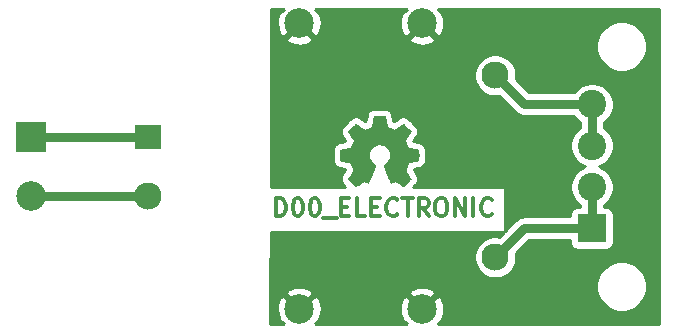
<source format=gbr>
G04 #@! TF.GenerationSoftware,KiCad,Pcbnew,5.1.5-52549c5~86~ubuntu18.04.1*
G04 #@! TF.CreationDate,2020-10-04T22:30:17-05:00*
G04 #@! TF.ProjectId,D00,4430302e-6b69-4636-9164-5f7063625858,rev?*
G04 #@! TF.SameCoordinates,Original*
G04 #@! TF.FileFunction,Copper,L1,Top*
G04 #@! TF.FilePolarity,Positive*
%FSLAX46Y46*%
G04 Gerber Fmt 4.6, Leading zero omitted, Abs format (unit mm)*
G04 Created by KiCad (PCBNEW 5.1.5-52549c5~86~ubuntu18.04.1) date 2020-10-04 22:30:17*
%MOMM*%
%LPD*%
G04 APERTURE LIST*
%ADD10C,0.300000*%
%ADD11C,0.010000*%
%ADD12C,2.500000*%
%ADD13R,2.500000X2.500000*%
%ADD14C,2.400000*%
%ADD15R,2.400000X2.400000*%
%ADD16C,2.300000*%
%ADD17R,2.300000X2.000000*%
%ADD18C,2.499360*%
%ADD19C,0.750000*%
%ADD20C,0.254000*%
G04 APERTURE END LIST*
D10*
X45334457Y-38182171D02*
X45334457Y-36682171D01*
X45691600Y-36682171D01*
X45905885Y-36753600D01*
X46048742Y-36896457D01*
X46120171Y-37039314D01*
X46191600Y-37325028D01*
X46191600Y-37539314D01*
X46120171Y-37825028D01*
X46048742Y-37967885D01*
X45905885Y-38110742D01*
X45691600Y-38182171D01*
X45334457Y-38182171D01*
X47120171Y-36682171D02*
X47263028Y-36682171D01*
X47405885Y-36753600D01*
X47477314Y-36825028D01*
X47548742Y-36967885D01*
X47620171Y-37253600D01*
X47620171Y-37610742D01*
X47548742Y-37896457D01*
X47477314Y-38039314D01*
X47405885Y-38110742D01*
X47263028Y-38182171D01*
X47120171Y-38182171D01*
X46977314Y-38110742D01*
X46905885Y-38039314D01*
X46834457Y-37896457D01*
X46763028Y-37610742D01*
X46763028Y-37253600D01*
X46834457Y-36967885D01*
X46905885Y-36825028D01*
X46977314Y-36753600D01*
X47120171Y-36682171D01*
X48548742Y-36682171D02*
X48691600Y-36682171D01*
X48834457Y-36753600D01*
X48905885Y-36825028D01*
X48977314Y-36967885D01*
X49048742Y-37253600D01*
X49048742Y-37610742D01*
X48977314Y-37896457D01*
X48905885Y-38039314D01*
X48834457Y-38110742D01*
X48691600Y-38182171D01*
X48548742Y-38182171D01*
X48405885Y-38110742D01*
X48334457Y-38039314D01*
X48263028Y-37896457D01*
X48191600Y-37610742D01*
X48191600Y-37253600D01*
X48263028Y-36967885D01*
X48334457Y-36825028D01*
X48405885Y-36753600D01*
X48548742Y-36682171D01*
X49334457Y-38325028D02*
X50477314Y-38325028D01*
X50834457Y-37396457D02*
X51334457Y-37396457D01*
X51548742Y-38182171D02*
X50834457Y-38182171D01*
X50834457Y-36682171D01*
X51548742Y-36682171D01*
X52905885Y-38182171D02*
X52191600Y-38182171D01*
X52191600Y-36682171D01*
X53405885Y-37396457D02*
X53905885Y-37396457D01*
X54120171Y-38182171D02*
X53405885Y-38182171D01*
X53405885Y-36682171D01*
X54120171Y-36682171D01*
X55620171Y-38039314D02*
X55548742Y-38110742D01*
X55334457Y-38182171D01*
X55191600Y-38182171D01*
X54977314Y-38110742D01*
X54834457Y-37967885D01*
X54763028Y-37825028D01*
X54691600Y-37539314D01*
X54691600Y-37325028D01*
X54763028Y-37039314D01*
X54834457Y-36896457D01*
X54977314Y-36753600D01*
X55191600Y-36682171D01*
X55334457Y-36682171D01*
X55548742Y-36753600D01*
X55620171Y-36825028D01*
X56048742Y-36682171D02*
X56905885Y-36682171D01*
X56477314Y-38182171D02*
X56477314Y-36682171D01*
X58263028Y-38182171D02*
X57763028Y-37467885D01*
X57405885Y-38182171D02*
X57405885Y-36682171D01*
X57977314Y-36682171D01*
X58120171Y-36753600D01*
X58191600Y-36825028D01*
X58263028Y-36967885D01*
X58263028Y-37182171D01*
X58191600Y-37325028D01*
X58120171Y-37396457D01*
X57977314Y-37467885D01*
X57405885Y-37467885D01*
X59191600Y-36682171D02*
X59477314Y-36682171D01*
X59620171Y-36753600D01*
X59763028Y-36896457D01*
X59834457Y-37182171D01*
X59834457Y-37682171D01*
X59763028Y-37967885D01*
X59620171Y-38110742D01*
X59477314Y-38182171D01*
X59191600Y-38182171D01*
X59048742Y-38110742D01*
X58905885Y-37967885D01*
X58834457Y-37682171D01*
X58834457Y-37182171D01*
X58905885Y-36896457D01*
X59048742Y-36753600D01*
X59191600Y-36682171D01*
X60477314Y-38182171D02*
X60477314Y-36682171D01*
X61334457Y-38182171D01*
X61334457Y-36682171D01*
X62048742Y-38182171D02*
X62048742Y-36682171D01*
X63620171Y-38039314D02*
X63548742Y-38110742D01*
X63334457Y-38182171D01*
X63191600Y-38182171D01*
X62977314Y-38110742D01*
X62834457Y-37967885D01*
X62763028Y-37825028D01*
X62691600Y-37539314D01*
X62691600Y-37325028D01*
X62763028Y-37039314D01*
X62834457Y-36896457D01*
X62977314Y-36753600D01*
X63191600Y-36682171D01*
X63334457Y-36682171D01*
X63548742Y-36753600D01*
X63620171Y-36825028D01*
D11*
G36*
X54641814Y-30171931D02*
G01*
X54725635Y-30616555D01*
X55034920Y-30744053D01*
X55344206Y-30871551D01*
X55715246Y-30619246D01*
X55819157Y-30548996D01*
X55913087Y-30486272D01*
X55992652Y-30433938D01*
X56053470Y-30394857D01*
X56091157Y-30371893D01*
X56101421Y-30366942D01*
X56119910Y-30379676D01*
X56159420Y-30414882D01*
X56215522Y-30468062D01*
X56283787Y-30534718D01*
X56359786Y-30610354D01*
X56439092Y-30690472D01*
X56517275Y-30770574D01*
X56589907Y-30846164D01*
X56652559Y-30912745D01*
X56700803Y-30965818D01*
X56730210Y-31000887D01*
X56737241Y-31012623D01*
X56727123Y-31034260D01*
X56698759Y-31081662D01*
X56655129Y-31150193D01*
X56599218Y-31235215D01*
X56534006Y-31332093D01*
X56496219Y-31387350D01*
X56427343Y-31488248D01*
X56366140Y-31579299D01*
X56315578Y-31655970D01*
X56278628Y-31713728D01*
X56258258Y-31748043D01*
X56255197Y-31755254D01*
X56262136Y-31775748D01*
X56281051Y-31823513D01*
X56309087Y-31891832D01*
X56343391Y-31973989D01*
X56381109Y-32063270D01*
X56419387Y-32152958D01*
X56455370Y-32236338D01*
X56486206Y-32306694D01*
X56509039Y-32357310D01*
X56521017Y-32381471D01*
X56521724Y-32382422D01*
X56540531Y-32387036D01*
X56590618Y-32397328D01*
X56666793Y-32412287D01*
X56763865Y-32430901D01*
X56876643Y-32452159D01*
X56942442Y-32464418D01*
X57062950Y-32487362D01*
X57171797Y-32509195D01*
X57263476Y-32528722D01*
X57332481Y-32544748D01*
X57373304Y-32556079D01*
X57381511Y-32559674D01*
X57389548Y-32584006D01*
X57396033Y-32638959D01*
X57400970Y-32718108D01*
X57404364Y-32815026D01*
X57406218Y-32923287D01*
X57406538Y-33036465D01*
X57405327Y-33148135D01*
X57402590Y-33251868D01*
X57398331Y-33341241D01*
X57392555Y-33409826D01*
X57385267Y-33451197D01*
X57380895Y-33459810D01*
X57354764Y-33470133D01*
X57299393Y-33484892D01*
X57222107Y-33502352D01*
X57130230Y-33520780D01*
X57098158Y-33526741D01*
X56943524Y-33555066D01*
X56821375Y-33577876D01*
X56727673Y-33596080D01*
X56658384Y-33610583D01*
X56609471Y-33622292D01*
X56576897Y-33632115D01*
X56556628Y-33640956D01*
X56544626Y-33649724D01*
X56542947Y-33651457D01*
X56526184Y-33679371D01*
X56500614Y-33733695D01*
X56468788Y-33807777D01*
X56433260Y-33894965D01*
X56396583Y-33988608D01*
X56361311Y-34082052D01*
X56329996Y-34168647D01*
X56305193Y-34241740D01*
X56289454Y-34294678D01*
X56285332Y-34320811D01*
X56285676Y-34321726D01*
X56299641Y-34343086D01*
X56331322Y-34390084D01*
X56377391Y-34457827D01*
X56434518Y-34541423D01*
X56499373Y-34635982D01*
X56517843Y-34662854D01*
X56583699Y-34760275D01*
X56641650Y-34849163D01*
X56688538Y-34924412D01*
X56721207Y-34980920D01*
X56736500Y-35013581D01*
X56737241Y-35017593D01*
X56724392Y-35038684D01*
X56688888Y-35080464D01*
X56635293Y-35138445D01*
X56568171Y-35208135D01*
X56492087Y-35285045D01*
X56411604Y-35364683D01*
X56331287Y-35442561D01*
X56255699Y-35514186D01*
X56189405Y-35575070D01*
X56136969Y-35620721D01*
X56102955Y-35646650D01*
X56093545Y-35650883D01*
X56071643Y-35640912D01*
X56026800Y-35614020D01*
X55966321Y-35574736D01*
X55919789Y-35543117D01*
X55835475Y-35485098D01*
X55735626Y-35416784D01*
X55635473Y-35348579D01*
X55581627Y-35312075D01*
X55399371Y-35188800D01*
X55246381Y-35271520D01*
X55176682Y-35307759D01*
X55117414Y-35335926D01*
X55077311Y-35351991D01*
X55067103Y-35354226D01*
X55054829Y-35337722D01*
X55030613Y-35291082D01*
X54996263Y-35218609D01*
X54953588Y-35124606D01*
X54904394Y-35013374D01*
X54850490Y-34889215D01*
X54793684Y-34756432D01*
X54735782Y-34619327D01*
X54678593Y-34482202D01*
X54623924Y-34349358D01*
X54573584Y-34225098D01*
X54529380Y-34113725D01*
X54493119Y-34019539D01*
X54466609Y-33946844D01*
X54451658Y-33899941D01*
X54449254Y-33883833D01*
X54468311Y-33863286D01*
X54510036Y-33829933D01*
X54565706Y-33790702D01*
X54570378Y-33787599D01*
X54714264Y-33672423D01*
X54830283Y-33538053D01*
X54917430Y-33388784D01*
X54974699Y-33228913D01*
X55001086Y-33062737D01*
X54995585Y-32894552D01*
X54957190Y-32728655D01*
X54884895Y-32569342D01*
X54863626Y-32534487D01*
X54752996Y-32393737D01*
X54622302Y-32280714D01*
X54476064Y-32196003D01*
X54318808Y-32140194D01*
X54155057Y-32113874D01*
X53989333Y-32117630D01*
X53826162Y-32152050D01*
X53670065Y-32217723D01*
X53525567Y-32315235D01*
X53480869Y-32354813D01*
X53367112Y-32478703D01*
X53284218Y-32609124D01*
X53227356Y-32755315D01*
X53195687Y-32900088D01*
X53187869Y-33062860D01*
X53213938Y-33226440D01*
X53271245Y-33385298D01*
X53357144Y-33533906D01*
X53468986Y-33666735D01*
X53604123Y-33778256D01*
X53621883Y-33790011D01*
X53678150Y-33828508D01*
X53720923Y-33861863D01*
X53741372Y-33883160D01*
X53741669Y-33883833D01*
X53737279Y-33906871D01*
X53719876Y-33959157D01*
X53691268Y-34036390D01*
X53653265Y-34134268D01*
X53607674Y-34248491D01*
X53556303Y-34374758D01*
X53500962Y-34508767D01*
X53443458Y-34646218D01*
X53385601Y-34782808D01*
X53329198Y-34914237D01*
X53276058Y-35036205D01*
X53227990Y-35144409D01*
X53186801Y-35234549D01*
X53154301Y-35302323D01*
X53132297Y-35343430D01*
X53123436Y-35354226D01*
X53096360Y-35345819D01*
X53045697Y-35323272D01*
X52980183Y-35290613D01*
X52944159Y-35271520D01*
X52791168Y-35188800D01*
X52608912Y-35312075D01*
X52515875Y-35375228D01*
X52414015Y-35444727D01*
X52318562Y-35510165D01*
X52270750Y-35543117D01*
X52203505Y-35588273D01*
X52146564Y-35624057D01*
X52107354Y-35645938D01*
X52094619Y-35650563D01*
X52076083Y-35638085D01*
X52035059Y-35603252D01*
X51975525Y-35549678D01*
X51901458Y-35480983D01*
X51816835Y-35400781D01*
X51763315Y-35349286D01*
X51669681Y-35257286D01*
X51588759Y-35174999D01*
X51523823Y-35105945D01*
X51478142Y-35053644D01*
X51454989Y-35021616D01*
X51452768Y-35015116D01*
X51463076Y-34990394D01*
X51491561Y-34940405D01*
X51535063Y-34870212D01*
X51590423Y-34784875D01*
X51654480Y-34689456D01*
X51672697Y-34662854D01*
X51739073Y-34566167D01*
X51798622Y-34479117D01*
X51848016Y-34406595D01*
X51883925Y-34353493D01*
X51903019Y-34324703D01*
X51904864Y-34321726D01*
X51902105Y-34298782D01*
X51887462Y-34248336D01*
X51863487Y-34177041D01*
X51832734Y-34091547D01*
X51797756Y-33998507D01*
X51761107Y-33904574D01*
X51725339Y-33816399D01*
X51693006Y-33740634D01*
X51666662Y-33683931D01*
X51648858Y-33652943D01*
X51647593Y-33651457D01*
X51636706Y-33642601D01*
X51618318Y-33633843D01*
X51588394Y-33624277D01*
X51542897Y-33612996D01*
X51477791Y-33599093D01*
X51389039Y-33581663D01*
X51272607Y-33559798D01*
X51124458Y-33532591D01*
X51092382Y-33526741D01*
X50997314Y-33508374D01*
X50914435Y-33490405D01*
X50851070Y-33474569D01*
X50814542Y-33462600D01*
X50809644Y-33459810D01*
X50801573Y-33435072D01*
X50795013Y-33379790D01*
X50789967Y-33300389D01*
X50786441Y-33203296D01*
X50784439Y-33094938D01*
X50783964Y-32981740D01*
X50785023Y-32870128D01*
X50787618Y-32766529D01*
X50791754Y-32677368D01*
X50797437Y-32609072D01*
X50804669Y-32568066D01*
X50809029Y-32559674D01*
X50833302Y-32551208D01*
X50888574Y-32537435D01*
X50969338Y-32519550D01*
X51070088Y-32498748D01*
X51185317Y-32476223D01*
X51248098Y-32464418D01*
X51367213Y-32442151D01*
X51473435Y-32421979D01*
X51561573Y-32404915D01*
X51626434Y-32391969D01*
X51662826Y-32384155D01*
X51668816Y-32382422D01*
X51678939Y-32362890D01*
X51700338Y-32315843D01*
X51730161Y-32248003D01*
X51765555Y-32166091D01*
X51803668Y-32076828D01*
X51841647Y-31986935D01*
X51876640Y-31903135D01*
X51905794Y-31832147D01*
X51926257Y-31780694D01*
X51935177Y-31755497D01*
X51935343Y-31754396D01*
X51925231Y-31734519D01*
X51896883Y-31688777D01*
X51853277Y-31621717D01*
X51797394Y-31537884D01*
X51732213Y-31441826D01*
X51694321Y-31386650D01*
X51625275Y-31285481D01*
X51563950Y-31193630D01*
X51513337Y-31115744D01*
X51476429Y-31056469D01*
X51456218Y-31020451D01*
X51453299Y-31012377D01*
X51465847Y-30993584D01*
X51500537Y-30953457D01*
X51552937Y-30896493D01*
X51618616Y-30827185D01*
X51693144Y-30750031D01*
X51772087Y-30669525D01*
X51851017Y-30590163D01*
X51925500Y-30516440D01*
X51991106Y-30452852D01*
X52043404Y-30403894D01*
X52077961Y-30374061D01*
X52089522Y-30366942D01*
X52108346Y-30376953D01*
X52153369Y-30405078D01*
X52220213Y-30448454D01*
X52304501Y-30504218D01*
X52401856Y-30569506D01*
X52475293Y-30619246D01*
X52846333Y-30871551D01*
X53464905Y-30616555D01*
X53548725Y-30171931D01*
X53632546Y-29727307D01*
X54557994Y-29727307D01*
X54641814Y-30171931D01*
G37*
X54641814Y-30171931D02*
X54725635Y-30616555D01*
X55034920Y-30744053D01*
X55344206Y-30871551D01*
X55715246Y-30619246D01*
X55819157Y-30548996D01*
X55913087Y-30486272D01*
X55992652Y-30433938D01*
X56053470Y-30394857D01*
X56091157Y-30371893D01*
X56101421Y-30366942D01*
X56119910Y-30379676D01*
X56159420Y-30414882D01*
X56215522Y-30468062D01*
X56283787Y-30534718D01*
X56359786Y-30610354D01*
X56439092Y-30690472D01*
X56517275Y-30770574D01*
X56589907Y-30846164D01*
X56652559Y-30912745D01*
X56700803Y-30965818D01*
X56730210Y-31000887D01*
X56737241Y-31012623D01*
X56727123Y-31034260D01*
X56698759Y-31081662D01*
X56655129Y-31150193D01*
X56599218Y-31235215D01*
X56534006Y-31332093D01*
X56496219Y-31387350D01*
X56427343Y-31488248D01*
X56366140Y-31579299D01*
X56315578Y-31655970D01*
X56278628Y-31713728D01*
X56258258Y-31748043D01*
X56255197Y-31755254D01*
X56262136Y-31775748D01*
X56281051Y-31823513D01*
X56309087Y-31891832D01*
X56343391Y-31973989D01*
X56381109Y-32063270D01*
X56419387Y-32152958D01*
X56455370Y-32236338D01*
X56486206Y-32306694D01*
X56509039Y-32357310D01*
X56521017Y-32381471D01*
X56521724Y-32382422D01*
X56540531Y-32387036D01*
X56590618Y-32397328D01*
X56666793Y-32412287D01*
X56763865Y-32430901D01*
X56876643Y-32452159D01*
X56942442Y-32464418D01*
X57062950Y-32487362D01*
X57171797Y-32509195D01*
X57263476Y-32528722D01*
X57332481Y-32544748D01*
X57373304Y-32556079D01*
X57381511Y-32559674D01*
X57389548Y-32584006D01*
X57396033Y-32638959D01*
X57400970Y-32718108D01*
X57404364Y-32815026D01*
X57406218Y-32923287D01*
X57406538Y-33036465D01*
X57405327Y-33148135D01*
X57402590Y-33251868D01*
X57398331Y-33341241D01*
X57392555Y-33409826D01*
X57385267Y-33451197D01*
X57380895Y-33459810D01*
X57354764Y-33470133D01*
X57299393Y-33484892D01*
X57222107Y-33502352D01*
X57130230Y-33520780D01*
X57098158Y-33526741D01*
X56943524Y-33555066D01*
X56821375Y-33577876D01*
X56727673Y-33596080D01*
X56658384Y-33610583D01*
X56609471Y-33622292D01*
X56576897Y-33632115D01*
X56556628Y-33640956D01*
X56544626Y-33649724D01*
X56542947Y-33651457D01*
X56526184Y-33679371D01*
X56500614Y-33733695D01*
X56468788Y-33807777D01*
X56433260Y-33894965D01*
X56396583Y-33988608D01*
X56361311Y-34082052D01*
X56329996Y-34168647D01*
X56305193Y-34241740D01*
X56289454Y-34294678D01*
X56285332Y-34320811D01*
X56285676Y-34321726D01*
X56299641Y-34343086D01*
X56331322Y-34390084D01*
X56377391Y-34457827D01*
X56434518Y-34541423D01*
X56499373Y-34635982D01*
X56517843Y-34662854D01*
X56583699Y-34760275D01*
X56641650Y-34849163D01*
X56688538Y-34924412D01*
X56721207Y-34980920D01*
X56736500Y-35013581D01*
X56737241Y-35017593D01*
X56724392Y-35038684D01*
X56688888Y-35080464D01*
X56635293Y-35138445D01*
X56568171Y-35208135D01*
X56492087Y-35285045D01*
X56411604Y-35364683D01*
X56331287Y-35442561D01*
X56255699Y-35514186D01*
X56189405Y-35575070D01*
X56136969Y-35620721D01*
X56102955Y-35646650D01*
X56093545Y-35650883D01*
X56071643Y-35640912D01*
X56026800Y-35614020D01*
X55966321Y-35574736D01*
X55919789Y-35543117D01*
X55835475Y-35485098D01*
X55735626Y-35416784D01*
X55635473Y-35348579D01*
X55581627Y-35312075D01*
X55399371Y-35188800D01*
X55246381Y-35271520D01*
X55176682Y-35307759D01*
X55117414Y-35335926D01*
X55077311Y-35351991D01*
X55067103Y-35354226D01*
X55054829Y-35337722D01*
X55030613Y-35291082D01*
X54996263Y-35218609D01*
X54953588Y-35124606D01*
X54904394Y-35013374D01*
X54850490Y-34889215D01*
X54793684Y-34756432D01*
X54735782Y-34619327D01*
X54678593Y-34482202D01*
X54623924Y-34349358D01*
X54573584Y-34225098D01*
X54529380Y-34113725D01*
X54493119Y-34019539D01*
X54466609Y-33946844D01*
X54451658Y-33899941D01*
X54449254Y-33883833D01*
X54468311Y-33863286D01*
X54510036Y-33829933D01*
X54565706Y-33790702D01*
X54570378Y-33787599D01*
X54714264Y-33672423D01*
X54830283Y-33538053D01*
X54917430Y-33388784D01*
X54974699Y-33228913D01*
X55001086Y-33062737D01*
X54995585Y-32894552D01*
X54957190Y-32728655D01*
X54884895Y-32569342D01*
X54863626Y-32534487D01*
X54752996Y-32393737D01*
X54622302Y-32280714D01*
X54476064Y-32196003D01*
X54318808Y-32140194D01*
X54155057Y-32113874D01*
X53989333Y-32117630D01*
X53826162Y-32152050D01*
X53670065Y-32217723D01*
X53525567Y-32315235D01*
X53480869Y-32354813D01*
X53367112Y-32478703D01*
X53284218Y-32609124D01*
X53227356Y-32755315D01*
X53195687Y-32900088D01*
X53187869Y-33062860D01*
X53213938Y-33226440D01*
X53271245Y-33385298D01*
X53357144Y-33533906D01*
X53468986Y-33666735D01*
X53604123Y-33778256D01*
X53621883Y-33790011D01*
X53678150Y-33828508D01*
X53720923Y-33861863D01*
X53741372Y-33883160D01*
X53741669Y-33883833D01*
X53737279Y-33906871D01*
X53719876Y-33959157D01*
X53691268Y-34036390D01*
X53653265Y-34134268D01*
X53607674Y-34248491D01*
X53556303Y-34374758D01*
X53500962Y-34508767D01*
X53443458Y-34646218D01*
X53385601Y-34782808D01*
X53329198Y-34914237D01*
X53276058Y-35036205D01*
X53227990Y-35144409D01*
X53186801Y-35234549D01*
X53154301Y-35302323D01*
X53132297Y-35343430D01*
X53123436Y-35354226D01*
X53096360Y-35345819D01*
X53045697Y-35323272D01*
X52980183Y-35290613D01*
X52944159Y-35271520D01*
X52791168Y-35188800D01*
X52608912Y-35312075D01*
X52515875Y-35375228D01*
X52414015Y-35444727D01*
X52318562Y-35510165D01*
X52270750Y-35543117D01*
X52203505Y-35588273D01*
X52146564Y-35624057D01*
X52107354Y-35645938D01*
X52094619Y-35650563D01*
X52076083Y-35638085D01*
X52035059Y-35603252D01*
X51975525Y-35549678D01*
X51901458Y-35480983D01*
X51816835Y-35400781D01*
X51763315Y-35349286D01*
X51669681Y-35257286D01*
X51588759Y-35174999D01*
X51523823Y-35105945D01*
X51478142Y-35053644D01*
X51454989Y-35021616D01*
X51452768Y-35015116D01*
X51463076Y-34990394D01*
X51491561Y-34940405D01*
X51535063Y-34870212D01*
X51590423Y-34784875D01*
X51654480Y-34689456D01*
X51672697Y-34662854D01*
X51739073Y-34566167D01*
X51798622Y-34479117D01*
X51848016Y-34406595D01*
X51883925Y-34353493D01*
X51903019Y-34324703D01*
X51904864Y-34321726D01*
X51902105Y-34298782D01*
X51887462Y-34248336D01*
X51863487Y-34177041D01*
X51832734Y-34091547D01*
X51797756Y-33998507D01*
X51761107Y-33904574D01*
X51725339Y-33816399D01*
X51693006Y-33740634D01*
X51666662Y-33683931D01*
X51648858Y-33652943D01*
X51647593Y-33651457D01*
X51636706Y-33642601D01*
X51618318Y-33633843D01*
X51588394Y-33624277D01*
X51542897Y-33612996D01*
X51477791Y-33599093D01*
X51389039Y-33581663D01*
X51272607Y-33559798D01*
X51124458Y-33532591D01*
X51092382Y-33526741D01*
X50997314Y-33508374D01*
X50914435Y-33490405D01*
X50851070Y-33474569D01*
X50814542Y-33462600D01*
X50809644Y-33459810D01*
X50801573Y-33435072D01*
X50795013Y-33379790D01*
X50789967Y-33300389D01*
X50786441Y-33203296D01*
X50784439Y-33094938D01*
X50783964Y-32981740D01*
X50785023Y-32870128D01*
X50787618Y-32766529D01*
X50791754Y-32677368D01*
X50797437Y-32609072D01*
X50804669Y-32568066D01*
X50809029Y-32559674D01*
X50833302Y-32551208D01*
X50888574Y-32537435D01*
X50969338Y-32519550D01*
X51070088Y-32498748D01*
X51185317Y-32476223D01*
X51248098Y-32464418D01*
X51367213Y-32442151D01*
X51473435Y-32421979D01*
X51561573Y-32404915D01*
X51626434Y-32391969D01*
X51662826Y-32384155D01*
X51668816Y-32382422D01*
X51678939Y-32362890D01*
X51700338Y-32315843D01*
X51730161Y-32248003D01*
X51765555Y-32166091D01*
X51803668Y-32076828D01*
X51841647Y-31986935D01*
X51876640Y-31903135D01*
X51905794Y-31832147D01*
X51926257Y-31780694D01*
X51935177Y-31755497D01*
X51935343Y-31754396D01*
X51925231Y-31734519D01*
X51896883Y-31688777D01*
X51853277Y-31621717D01*
X51797394Y-31537884D01*
X51732213Y-31441826D01*
X51694321Y-31386650D01*
X51625275Y-31285481D01*
X51563950Y-31193630D01*
X51513337Y-31115744D01*
X51476429Y-31056469D01*
X51456218Y-31020451D01*
X51453299Y-31012377D01*
X51465847Y-30993584D01*
X51500537Y-30953457D01*
X51552937Y-30896493D01*
X51618616Y-30827185D01*
X51693144Y-30750031D01*
X51772087Y-30669525D01*
X51851017Y-30590163D01*
X51925500Y-30516440D01*
X51991106Y-30452852D01*
X52043404Y-30403894D01*
X52077961Y-30374061D01*
X52089522Y-30366942D01*
X52108346Y-30376953D01*
X52153369Y-30405078D01*
X52220213Y-30448454D01*
X52304501Y-30504218D01*
X52401856Y-30569506D01*
X52475293Y-30619246D01*
X52846333Y-30871551D01*
X53464905Y-30616555D01*
X53548725Y-30171931D01*
X53632546Y-29727307D01*
X54557994Y-29727307D01*
X54641814Y-30171931D01*
D12*
X24587200Y-36470000D03*
D13*
X24587200Y-31470000D03*
D14*
X72085200Y-28720000D03*
X72085200Y-32220000D03*
X72085200Y-35720000D03*
D15*
X72085200Y-39220000D03*
D16*
X63910000Y-41670000D03*
X34510000Y-36470000D03*
D17*
X34510000Y-31470000D03*
D16*
X63910000Y-26270000D03*
D18*
X57708800Y-46070600D03*
X57708800Y-21869400D03*
X47320200Y-46070600D03*
X47320200Y-21869400D03*
D19*
X24587200Y-36470000D02*
X34510000Y-36470000D01*
X24587200Y-31470000D02*
X34510000Y-31470000D01*
X66360000Y-28720000D02*
X72085200Y-28720000D01*
X63910000Y-26270000D02*
X66360000Y-28720000D01*
X72085200Y-28720000D02*
X72085200Y-32220000D01*
X66360000Y-39220000D02*
X63910000Y-41670000D01*
X72085200Y-39220000D02*
X66360000Y-39220000D01*
X72085200Y-35720000D02*
X72085200Y-39220000D01*
D20*
G36*
X46006822Y-20735630D02*
G01*
X45716885Y-20861504D01*
X45551061Y-21193662D01*
X45453225Y-21551787D01*
X45427135Y-21922119D01*
X45473795Y-22290425D01*
X45591411Y-22642551D01*
X45716885Y-22877296D01*
X46006823Y-23003171D01*
X47140595Y-21869400D01*
X47126452Y-21855258D01*
X47306058Y-21675652D01*
X47320200Y-21689795D01*
X47334342Y-21675652D01*
X47513948Y-21855258D01*
X47499805Y-21869400D01*
X48633577Y-23003171D01*
X48923515Y-22877296D01*
X49089339Y-22545138D01*
X49187175Y-22187013D01*
X49213265Y-21816681D01*
X49166605Y-21448375D01*
X49048989Y-21096249D01*
X48923515Y-20861504D01*
X48633578Y-20735630D01*
X48709208Y-20660000D01*
X56319792Y-20660000D01*
X56395422Y-20735630D01*
X56105485Y-20861504D01*
X55939661Y-21193662D01*
X55841825Y-21551787D01*
X55815735Y-21922119D01*
X55862395Y-22290425D01*
X55980011Y-22642551D01*
X56105485Y-22877296D01*
X56395423Y-23003171D01*
X57529195Y-21869400D01*
X57515052Y-21855258D01*
X57694658Y-21675652D01*
X57708800Y-21689795D01*
X57722942Y-21675652D01*
X57902548Y-21855258D01*
X57888405Y-21869400D01*
X59022177Y-23003171D01*
X59312115Y-22877296D01*
X59477939Y-22545138D01*
X59575775Y-22187013D01*
X59601865Y-21816681D01*
X59555205Y-21448375D01*
X59437589Y-21096249D01*
X59312115Y-20861504D01*
X59022178Y-20735630D01*
X59097808Y-20660000D01*
X77760000Y-20660000D01*
X77760001Y-47280000D01*
X59097808Y-47280000D01*
X59022178Y-47204370D01*
X59312115Y-47078496D01*
X59477939Y-46746338D01*
X59575775Y-46388213D01*
X59601865Y-46017881D01*
X59555205Y-45649575D01*
X59437589Y-45297449D01*
X59312115Y-45062704D01*
X59022177Y-44936829D01*
X57888405Y-46070600D01*
X57902548Y-46084742D01*
X57722942Y-46264348D01*
X57708800Y-46250205D01*
X57694658Y-46264348D01*
X57515052Y-46084742D01*
X57529195Y-46070600D01*
X56395423Y-44936829D01*
X56105485Y-45062704D01*
X55939661Y-45394862D01*
X55841825Y-45752987D01*
X55815735Y-46123319D01*
X55862395Y-46491625D01*
X55980011Y-46843751D01*
X56105485Y-47078496D01*
X56395422Y-47204370D01*
X56319792Y-47280000D01*
X48709208Y-47280000D01*
X48633578Y-47204370D01*
X48923515Y-47078496D01*
X49089339Y-46746338D01*
X49187175Y-46388213D01*
X49213265Y-46017881D01*
X49166605Y-45649575D01*
X49048989Y-45297449D01*
X48923515Y-45062704D01*
X48633577Y-44936829D01*
X47499805Y-46070600D01*
X47513948Y-46084742D01*
X47334342Y-46264348D01*
X47320200Y-46250205D01*
X47306058Y-46264348D01*
X47126452Y-46084742D01*
X47140595Y-46070600D01*
X46006823Y-44936829D01*
X45716885Y-45062704D01*
X45551061Y-45394862D01*
X45453225Y-45752987D01*
X45427135Y-46123319D01*
X45473795Y-46491625D01*
X45591411Y-46843751D01*
X45716885Y-47078496D01*
X46006822Y-47204370D01*
X45931192Y-47280000D01*
X44857288Y-47280000D01*
X44864282Y-44757223D01*
X46186429Y-44757223D01*
X47320200Y-45890995D01*
X48453971Y-44757223D01*
X56575029Y-44757223D01*
X57708800Y-45890995D01*
X58842571Y-44757223D01*
X58716696Y-44467285D01*
X58384538Y-44301461D01*
X58026413Y-44203625D01*
X57656081Y-44177535D01*
X57287775Y-44224195D01*
X56935649Y-44341811D01*
X56700904Y-44467285D01*
X56575029Y-44757223D01*
X48453971Y-44757223D01*
X48328096Y-44467285D01*
X47995938Y-44301461D01*
X47637813Y-44203625D01*
X47267481Y-44177535D01*
X46899175Y-44224195D01*
X46547049Y-44341811D01*
X46312304Y-44467285D01*
X46186429Y-44757223D01*
X44864282Y-44757223D01*
X44866604Y-43919721D01*
X72475000Y-43919721D01*
X72475000Y-44340279D01*
X72557047Y-44752756D01*
X72717988Y-45141302D01*
X72951637Y-45490983D01*
X73249017Y-45788363D01*
X73598698Y-46022012D01*
X73987244Y-46182953D01*
X74399721Y-46265000D01*
X74820279Y-46265000D01*
X75232756Y-46182953D01*
X75621302Y-46022012D01*
X75970983Y-45788363D01*
X76268363Y-45490983D01*
X76502012Y-45141302D01*
X76662953Y-44752756D01*
X76745000Y-44340279D01*
X76745000Y-43919721D01*
X76662953Y-43507244D01*
X76502012Y-43118698D01*
X76268363Y-42769017D01*
X75970983Y-42471637D01*
X75621302Y-42237988D01*
X75232756Y-42077047D01*
X74820279Y-41995000D01*
X74399721Y-41995000D01*
X73987244Y-42077047D01*
X73598698Y-42237988D01*
X73249017Y-42471637D01*
X72951637Y-42769017D01*
X72717988Y-43118698D01*
X72557047Y-43507244D01*
X72475000Y-43919721D01*
X44866604Y-43919721D01*
X44878765Y-39533600D01*
X64618045Y-39533600D01*
X64236642Y-39915003D01*
X64085807Y-39885000D01*
X63734193Y-39885000D01*
X63389335Y-39953596D01*
X63064485Y-40088153D01*
X62772129Y-40283500D01*
X62523500Y-40532129D01*
X62328153Y-40824485D01*
X62193596Y-41149335D01*
X62125000Y-41494193D01*
X62125000Y-41845807D01*
X62193596Y-42190665D01*
X62328153Y-42515515D01*
X62523500Y-42807871D01*
X62772129Y-43056500D01*
X63064485Y-43251847D01*
X63389335Y-43386404D01*
X63734193Y-43455000D01*
X64085807Y-43455000D01*
X64430665Y-43386404D01*
X64755515Y-43251847D01*
X65047871Y-43056500D01*
X65296500Y-42807871D01*
X65491847Y-42515515D01*
X65626404Y-42190665D01*
X65695000Y-41845807D01*
X65695000Y-41494193D01*
X65664997Y-41343358D01*
X66778355Y-40230000D01*
X70247128Y-40230000D01*
X70247128Y-40420000D01*
X70259388Y-40544482D01*
X70295698Y-40664180D01*
X70354663Y-40774494D01*
X70434015Y-40871185D01*
X70530706Y-40950537D01*
X70641020Y-41009502D01*
X70760718Y-41045812D01*
X70885200Y-41058072D01*
X73285200Y-41058072D01*
X73409682Y-41045812D01*
X73529380Y-41009502D01*
X73639694Y-40950537D01*
X73736385Y-40871185D01*
X73815737Y-40774494D01*
X73874702Y-40664180D01*
X73911012Y-40544482D01*
X73923272Y-40420000D01*
X73923272Y-38020000D01*
X73911012Y-37895518D01*
X73874702Y-37775820D01*
X73815737Y-37665506D01*
X73736385Y-37568815D01*
X73639694Y-37489463D01*
X73529380Y-37430498D01*
X73409682Y-37394188D01*
X73285200Y-37381928D01*
X73095200Y-37381928D01*
X73095200Y-37252076D01*
X73254944Y-37145338D01*
X73510538Y-36889744D01*
X73711356Y-36589199D01*
X73849682Y-36255250D01*
X73920200Y-35900732D01*
X73920200Y-35539268D01*
X73849682Y-35184750D01*
X73711356Y-34850801D01*
X73510538Y-34550256D01*
X73254944Y-34294662D01*
X72954399Y-34093844D01*
X72655413Y-33970000D01*
X72954399Y-33846156D01*
X73254944Y-33645338D01*
X73510538Y-33389744D01*
X73711356Y-33089199D01*
X73849682Y-32755250D01*
X73920200Y-32400732D01*
X73920200Y-32039268D01*
X73849682Y-31684750D01*
X73711356Y-31350801D01*
X73510538Y-31050256D01*
X73254944Y-30794662D01*
X73095200Y-30687924D01*
X73095200Y-30252076D01*
X73254944Y-30145338D01*
X73510538Y-29889744D01*
X73711356Y-29589199D01*
X73849682Y-29255250D01*
X73920200Y-28900732D01*
X73920200Y-28539268D01*
X73849682Y-28184750D01*
X73711356Y-27850801D01*
X73510538Y-27550256D01*
X73254944Y-27294662D01*
X72954399Y-27093844D01*
X72620450Y-26955518D01*
X72265932Y-26885000D01*
X71904468Y-26885000D01*
X71549950Y-26955518D01*
X71216001Y-27093844D01*
X70915456Y-27294662D01*
X70659862Y-27550256D01*
X70553124Y-27710000D01*
X66778355Y-27710000D01*
X65664997Y-26596642D01*
X65695000Y-26445807D01*
X65695000Y-26094193D01*
X65626404Y-25749335D01*
X65491847Y-25424485D01*
X65296500Y-25132129D01*
X65047871Y-24883500D01*
X64755515Y-24688153D01*
X64430665Y-24553596D01*
X64085807Y-24485000D01*
X63734193Y-24485000D01*
X63389335Y-24553596D01*
X63064485Y-24688153D01*
X62772129Y-24883500D01*
X62523500Y-25132129D01*
X62328153Y-25424485D01*
X62193596Y-25749335D01*
X62125000Y-26094193D01*
X62125000Y-26445807D01*
X62193596Y-26790665D01*
X62328153Y-27115515D01*
X62523500Y-27407871D01*
X62772129Y-27656500D01*
X63064485Y-27851847D01*
X63389335Y-27986404D01*
X63734193Y-28055000D01*
X64085807Y-28055000D01*
X64236642Y-28024997D01*
X65610739Y-29399094D01*
X65642367Y-29437633D01*
X65796160Y-29563847D01*
X65971620Y-29657632D01*
X66162006Y-29715385D01*
X66310392Y-29730000D01*
X66310394Y-29730000D01*
X66359999Y-29734886D01*
X66409604Y-29730000D01*
X70553124Y-29730000D01*
X70659862Y-29889744D01*
X70915456Y-30145338D01*
X71075200Y-30252076D01*
X71075201Y-30687924D01*
X70915456Y-30794662D01*
X70659862Y-31050256D01*
X70459044Y-31350801D01*
X70320718Y-31684750D01*
X70250200Y-32039268D01*
X70250200Y-32400732D01*
X70320718Y-32755250D01*
X70459044Y-33089199D01*
X70659862Y-33389744D01*
X70915456Y-33645338D01*
X71216001Y-33846156D01*
X71514987Y-33970000D01*
X71216001Y-34093844D01*
X70915456Y-34294662D01*
X70659862Y-34550256D01*
X70459044Y-34850801D01*
X70320718Y-35184750D01*
X70250200Y-35539268D01*
X70250200Y-35900732D01*
X70320718Y-36255250D01*
X70459044Y-36589199D01*
X70659862Y-36889744D01*
X70915456Y-37145338D01*
X71075200Y-37252076D01*
X71075200Y-37381928D01*
X70885200Y-37381928D01*
X70760718Y-37394188D01*
X70641020Y-37430498D01*
X70530706Y-37489463D01*
X70434015Y-37568815D01*
X70354663Y-37665506D01*
X70295698Y-37775820D01*
X70259388Y-37895518D01*
X70247128Y-38020000D01*
X70247128Y-38210000D01*
X66409604Y-38210000D01*
X66359999Y-38205114D01*
X66310394Y-38210000D01*
X66310392Y-38210000D01*
X66162006Y-38224615D01*
X65971620Y-38282368D01*
X65796160Y-38376153D01*
X65642367Y-38502367D01*
X65610739Y-38540906D01*
X64690886Y-39460759D01*
X64690886Y-35713600D01*
X56968384Y-35713600D01*
X57022883Y-35658509D01*
X57022889Y-35658504D01*
X57022973Y-35658417D01*
X57023156Y-35658233D01*
X57023167Y-35658219D01*
X57029133Y-35652111D01*
X57096255Y-35582420D01*
X57097560Y-35580769D01*
X57099157Y-35579388D01*
X57105268Y-35572868D01*
X57158863Y-35514887D01*
X57164249Y-35507778D01*
X57170747Y-35501667D01*
X57176581Y-35494898D01*
X57212085Y-35453118D01*
X57238205Y-35415477D01*
X57266250Y-35379257D01*
X57270952Y-35371658D01*
X57283802Y-35350567D01*
X57301787Y-35313281D01*
X57322203Y-35277248D01*
X57328869Y-35257133D01*
X57338067Y-35238064D01*
X57348466Y-35198001D01*
X57361496Y-35158683D01*
X57364127Y-35137662D01*
X57369448Y-35117164D01*
X57371869Y-35075823D01*
X57377011Y-35034744D01*
X57375510Y-35013624D01*
X57376749Y-34992472D01*
X57371093Y-34951450D01*
X57368159Y-34910152D01*
X57366597Y-34901354D01*
X57365856Y-34897342D01*
X57361785Y-34883205D01*
X57359868Y-34868626D01*
X57344534Y-34823297D01*
X57331292Y-34777313D01*
X57324557Y-34764244D01*
X57319842Y-34750307D01*
X57316109Y-34742188D01*
X57300816Y-34709527D01*
X57288986Y-34689596D01*
X57279695Y-34668363D01*
X57275276Y-34660596D01*
X57242607Y-34604088D01*
X57239034Y-34599104D01*
X57236392Y-34593571D01*
X57231719Y-34585954D01*
X57184831Y-34510704D01*
X57183551Y-34509037D01*
X57182603Y-34507153D01*
X57177774Y-34499634D01*
X57119823Y-34410746D01*
X57119280Y-34410068D01*
X57118871Y-34409288D01*
X57113918Y-34401850D01*
X57048062Y-34304429D01*
X57047957Y-34304302D01*
X57045271Y-34300335D01*
X57027162Y-34273989D01*
X56992187Y-34222995D01*
X56993959Y-34218299D01*
X57003082Y-34195008D01*
X57060022Y-34184375D01*
X57213471Y-34156267D01*
X57213560Y-34156241D01*
X57215107Y-34155965D01*
X57247179Y-34150004D01*
X57247244Y-34149985D01*
X57247316Y-34149979D01*
X57256090Y-34148282D01*
X57347967Y-34129854D01*
X57351124Y-34128892D01*
X57354408Y-34128528D01*
X57363138Y-34126620D01*
X57440424Y-34109160D01*
X57447846Y-34106701D01*
X57455578Y-34105542D01*
X57464228Y-34103301D01*
X57519599Y-34088542D01*
X57550116Y-34077117D01*
X57581577Y-34068595D01*
X57589911Y-34065369D01*
X57616042Y-34055046D01*
X57634885Y-34045380D01*
X57636576Y-34044747D01*
X57638803Y-34043370D01*
X57651473Y-34036871D01*
X57688115Y-34021251D01*
X57706925Y-34008426D01*
X57727179Y-33998036D01*
X57758405Y-33973325D01*
X57791315Y-33950886D01*
X57807277Y-33934650D01*
X57825126Y-33920525D01*
X57850966Y-33890211D01*
X57878882Y-33861815D01*
X57891380Y-33842798D01*
X57906153Y-33825467D01*
X57916533Y-33806926D01*
X57920853Y-33801552D01*
X57930035Y-33783981D01*
X57947482Y-33757434D01*
X57951582Y-33749493D01*
X57955954Y-33740880D01*
X57961570Y-33726485D01*
X57967172Y-33716479D01*
X57970254Y-33707018D01*
X57978703Y-33690850D01*
X57988604Y-33657190D01*
X58001351Y-33624516D01*
X58006182Y-33597429D01*
X58013950Y-33571021D01*
X58015562Y-33562231D01*
X58022850Y-33520860D01*
X58024724Y-33496452D01*
X58029486Y-33472434D01*
X58030297Y-33463535D01*
X58036073Y-33394949D01*
X58035974Y-33387747D01*
X58037118Y-33380628D01*
X58037606Y-33371705D01*
X58041865Y-33282333D01*
X58041748Y-33279998D01*
X58042070Y-33277680D01*
X58042367Y-33268749D01*
X58045104Y-33165016D01*
X58045068Y-33164513D01*
X58045130Y-33164010D01*
X58045289Y-33155075D01*
X58046498Y-33043601D01*
X58046499Y-33043591D01*
X58046535Y-33034655D01*
X58046215Y-32921477D01*
X58046205Y-32921374D01*
X58046215Y-32921264D01*
X58046124Y-32912329D01*
X58044270Y-32804067D01*
X58044126Y-32802820D01*
X58044223Y-32801560D01*
X58043972Y-32792627D01*
X58040578Y-32695709D01*
X58040011Y-32691466D01*
X58040223Y-32687187D01*
X58039729Y-32678265D01*
X58034792Y-32599116D01*
X58032684Y-32586058D01*
X58032608Y-32572834D01*
X58031623Y-32563953D01*
X58025138Y-32509000D01*
X58012342Y-32450464D01*
X57999999Y-32391781D01*
X57998497Y-32387126D01*
X57998464Y-32386975D01*
X57998403Y-32386835D01*
X57997255Y-32383277D01*
X57989218Y-32358945D01*
X57983630Y-32346322D01*
X57980020Y-32332984D01*
X57958380Y-32289284D01*
X57938656Y-32244730D01*
X57930721Y-32233431D01*
X57924590Y-32221050D01*
X57894873Y-32182385D01*
X57866872Y-32142512D01*
X57856895Y-32132970D01*
X57848475Y-32122015D01*
X57811833Y-32089875D01*
X57776602Y-32056182D01*
X57764950Y-32048753D01*
X57754572Y-32039650D01*
X57712392Y-32015243D01*
X57671281Y-31989031D01*
X57658416Y-31984010D01*
X57646461Y-31977092D01*
X57638301Y-31973450D01*
X57630094Y-31969855D01*
X57591112Y-31957147D01*
X57553067Y-31941843D01*
X57544473Y-31939393D01*
X57503651Y-31928063D01*
X57494612Y-31926483D01*
X57485955Y-31923422D01*
X57477264Y-31921340D01*
X57408259Y-31905314D01*
X57406868Y-31905132D01*
X57405528Y-31904685D01*
X57396800Y-31902763D01*
X57305122Y-31883236D01*
X57305041Y-31883227D01*
X57297664Y-31881694D01*
X57188817Y-31859861D01*
X57188683Y-31859848D01*
X57182652Y-31858656D01*
X57062144Y-31835712D01*
X57062018Y-31835701D01*
X57059663Y-31835245D01*
X56994926Y-31823184D01*
X56976035Y-31819623D01*
X57024805Y-31748179D01*
X57062294Y-31693357D01*
X57062370Y-31693219D01*
X57064928Y-31689475D01*
X57130140Y-31592597D01*
X57130195Y-31592496D01*
X57133956Y-31586862D01*
X57189867Y-31501840D01*
X57189987Y-31501611D01*
X57190152Y-31501407D01*
X57195003Y-31493902D01*
X57238633Y-31425371D01*
X57240629Y-31421435D01*
X57243307Y-31417918D01*
X57247949Y-31410281D01*
X57276313Y-31362879D01*
X57288335Y-31337440D01*
X57303026Y-31313431D01*
X57306867Y-31305363D01*
X57316985Y-31283726D01*
X57326664Y-31256335D01*
X57329682Y-31249949D01*
X57331551Y-31242505D01*
X57336271Y-31229148D01*
X57356366Y-31174751D01*
X57357086Y-31170244D01*
X57358601Y-31165956D01*
X57366915Y-31108699D01*
X57376065Y-31051408D01*
X57375896Y-31046851D01*
X57376550Y-31042346D01*
X57373581Y-30984491D01*
X57371432Y-30926587D01*
X57370383Y-30922157D01*
X57370149Y-30917604D01*
X57355985Y-30861373D01*
X57342642Y-30805044D01*
X57340753Y-30800903D01*
X57339639Y-30796482D01*
X57314837Y-30744104D01*
X57299107Y-30709627D01*
X57295393Y-30700609D01*
X57294111Y-30698678D01*
X57290794Y-30691408D01*
X57286255Y-30683710D01*
X57279224Y-30671974D01*
X57251793Y-30634938D01*
X57226306Y-30596549D01*
X57220612Y-30589662D01*
X57191205Y-30554593D01*
X57185241Y-30548749D01*
X57180348Y-30541982D01*
X57174383Y-30535328D01*
X57126139Y-30482255D01*
X57125362Y-30481552D01*
X57124729Y-30480708D01*
X57118651Y-30474158D01*
X57055999Y-30407577D01*
X57055906Y-30407496D01*
X57051395Y-30402736D01*
X56978763Y-30327145D01*
X56978645Y-30327044D01*
X56975277Y-30323545D01*
X56897093Y-30243443D01*
X56896974Y-30243342D01*
X56893939Y-30240234D01*
X56814633Y-30160116D01*
X56814509Y-30160013D01*
X56811249Y-30156723D01*
X56735251Y-30081088D01*
X56735145Y-30081002D01*
X56730906Y-30076805D01*
X56662642Y-30010149D01*
X56662432Y-30009980D01*
X56662256Y-30009772D01*
X56655813Y-30003580D01*
X56599711Y-29950399D01*
X56595438Y-29947076D01*
X56591824Y-29943048D01*
X56585194Y-29937057D01*
X56545684Y-29901851D01*
X56517033Y-29880956D01*
X56490254Y-29857713D01*
X56482930Y-29852593D01*
X56464441Y-29839859D01*
X56448858Y-29831237D01*
X56444764Y-29828251D01*
X56443893Y-29827847D01*
X56431514Y-29818637D01*
X56392728Y-29800179D01*
X56355149Y-29779386D01*
X56336459Y-29773401D01*
X56318728Y-29764963D01*
X56277079Y-29754386D01*
X56236194Y-29741294D01*
X56216701Y-29739053D01*
X56197664Y-29734219D01*
X56154762Y-29731934D01*
X56112105Y-29727031D01*
X56092540Y-29728620D01*
X56072935Y-29727576D01*
X56030418Y-29733666D01*
X55987608Y-29737143D01*
X55968721Y-29742503D01*
X55949291Y-29745286D01*
X55908768Y-29759517D01*
X55867447Y-29771244D01*
X55849964Y-29780169D01*
X55831441Y-29786674D01*
X55823366Y-29790500D01*
X55813101Y-29795451D01*
X55790160Y-29809428D01*
X55765799Y-29820764D01*
X55758136Y-29825361D01*
X55720449Y-29848325D01*
X55717899Y-29850244D01*
X55715038Y-29851659D01*
X55707487Y-29856437D01*
X55646669Y-29895518D01*
X55646574Y-29895593D01*
X55640951Y-29899236D01*
X55561386Y-29951570D01*
X55561264Y-29951669D01*
X55557671Y-29954032D01*
X55463741Y-30016756D01*
X55463624Y-30016852D01*
X55460708Y-30018794D01*
X55356798Y-30089043D01*
X55356724Y-30089104D01*
X55355369Y-30090012D01*
X55286476Y-30136859D01*
X55270736Y-30053366D01*
X55270735Y-30053362D01*
X55186916Y-29608743D01*
X55186721Y-29608075D01*
X55186658Y-29607383D01*
X55169215Y-29548118D01*
X55151909Y-29488843D01*
X55151589Y-29488227D01*
X55151392Y-29487559D01*
X55122794Y-29432857D01*
X55094280Y-29378026D01*
X55093844Y-29377482D01*
X55093523Y-29376867D01*
X55054936Y-29328874D01*
X55016225Y-29280512D01*
X55015691Y-29280062D01*
X55015257Y-29279522D01*
X54967878Y-29239767D01*
X54920714Y-29200018D01*
X54920109Y-29199684D01*
X54919573Y-29199234D01*
X54865167Y-29169324D01*
X54811388Y-29139607D01*
X54810729Y-29139396D01*
X54810117Y-29139060D01*
X54751272Y-29120394D01*
X54692412Y-29101582D01*
X54691718Y-29101503D01*
X54691057Y-29101293D01*
X54629734Y-29094414D01*
X54568314Y-29087390D01*
X54567622Y-29087447D01*
X54566930Y-29087369D01*
X54557994Y-29087307D01*
X53632546Y-29087307D01*
X53631857Y-29087375D01*
X53631163Y-29087308D01*
X53569578Y-29093481D01*
X53508236Y-29099496D01*
X53507571Y-29099697D01*
X53506880Y-29099766D01*
X53447714Y-29117769D01*
X53388661Y-29135598D01*
X53388049Y-29135923D01*
X53387383Y-29136126D01*
X53332933Y-29165229D01*
X53278375Y-29194237D01*
X53277835Y-29194677D01*
X53277224Y-29195004D01*
X53229352Y-29234219D01*
X53181580Y-29273182D01*
X53181140Y-29273714D01*
X53180599Y-29274157D01*
X53141060Y-29322162D01*
X53101962Y-29369424D01*
X53101634Y-29370031D01*
X53101189Y-29370571D01*
X53071807Y-29425195D01*
X53042554Y-29479297D01*
X53042349Y-29479960D01*
X53042019Y-29480573D01*
X53023838Y-29539757D01*
X53005618Y-29598617D01*
X53005546Y-29599306D01*
X53005341Y-29599972D01*
X53003624Y-29608742D01*
X52919803Y-30053366D01*
X52919803Y-30053367D01*
X52904063Y-30136859D01*
X52835169Y-30090012D01*
X52835115Y-30089982D01*
X52834198Y-30089352D01*
X52760761Y-30039612D01*
X52760639Y-30039545D01*
X52758317Y-30037965D01*
X52660962Y-29972677D01*
X52660824Y-29972603D01*
X52657631Y-29970458D01*
X52573343Y-29914694D01*
X52573207Y-29914622D01*
X52568595Y-29911584D01*
X52501752Y-29868208D01*
X52500819Y-29867725D01*
X52499990Y-29867068D01*
X52492444Y-29862281D01*
X52447421Y-29834156D01*
X52431439Y-29826225D01*
X52416717Y-29816143D01*
X52408857Y-29811892D01*
X52390033Y-29801882D01*
X52375388Y-29795844D01*
X52361780Y-29787740D01*
X52317753Y-29772083D01*
X52274556Y-29754274D01*
X52259022Y-29751197D01*
X52244094Y-29745888D01*
X52197855Y-29739080D01*
X52152030Y-29730002D01*
X52136192Y-29730000D01*
X52120520Y-29727693D01*
X52073857Y-29729994D01*
X52027124Y-29729990D01*
X52011584Y-29733066D01*
X51995766Y-29733846D01*
X51950429Y-29745170D01*
X51904595Y-29754242D01*
X51889952Y-29760276D01*
X51874582Y-29764115D01*
X51832306Y-29784030D01*
X51789109Y-29801830D01*
X51776147Y-29810440D01*
X51769600Y-29813247D01*
X51768094Y-29814278D01*
X51761586Y-29817344D01*
X51753944Y-29821976D01*
X51742383Y-29829095D01*
X51705131Y-29857396D01*
X51694498Y-29864677D01*
X51685067Y-29870942D01*
X51684438Y-29871566D01*
X51666543Y-29883821D01*
X51659738Y-29889613D01*
X51625181Y-29919446D01*
X51619359Y-29925560D01*
X51612587Y-29930610D01*
X51606021Y-29936672D01*
X51553723Y-29985630D01*
X51553006Y-29986447D01*
X51552140Y-29987116D01*
X51545681Y-29993291D01*
X51480075Y-30056879D01*
X51479997Y-30056970D01*
X51475278Y-30061577D01*
X51400795Y-30135300D01*
X51400695Y-30135420D01*
X51397235Y-30138851D01*
X51318305Y-30218213D01*
X51318203Y-30218338D01*
X51315125Y-30221434D01*
X51236182Y-30301940D01*
X51236084Y-30302062D01*
X51232830Y-30305384D01*
X51158302Y-30382538D01*
X51158217Y-30382645D01*
X51154069Y-30386962D01*
X51088390Y-30456270D01*
X51088220Y-30456489D01*
X51088008Y-30456673D01*
X51081913Y-30463208D01*
X51029513Y-30520172D01*
X51026253Y-30524496D01*
X51022269Y-30528180D01*
X51016378Y-30534899D01*
X50981688Y-30575026D01*
X50961333Y-30603835D01*
X50938601Y-30630800D01*
X50933588Y-30638197D01*
X50921040Y-30656990D01*
X50912531Y-30672906D01*
X50909611Y-30677038D01*
X50906031Y-30685064D01*
X50899968Y-30696403D01*
X50876723Y-30734598D01*
X50870573Y-30751384D01*
X50862148Y-30767141D01*
X50849133Y-30809896D01*
X50833750Y-30851880D01*
X50830977Y-30869543D01*
X50825774Y-30886634D01*
X50821311Y-30931102D01*
X50814375Y-30975274D01*
X50815085Y-30993131D01*
X50813300Y-31010915D01*
X50817561Y-31055416D01*
X50819337Y-31100082D01*
X50823503Y-31117465D01*
X50825206Y-31135253D01*
X50838024Y-31178063D01*
X50840764Y-31189497D01*
X50845166Y-31210754D01*
X50846766Y-31214543D01*
X50848445Y-31221548D01*
X50851425Y-31229973D01*
X50854344Y-31238046D01*
X50858759Y-31247312D01*
X50861034Y-31254910D01*
X50874634Y-31280628D01*
X50875040Y-31281480D01*
X50893766Y-31325816D01*
X50898085Y-31333640D01*
X50918296Y-31369658D01*
X50924098Y-31377976D01*
X50928468Y-31387134D01*
X50933139Y-31394753D01*
X50970047Y-31454027D01*
X50971098Y-31455396D01*
X50971875Y-31456947D01*
X50976692Y-31464474D01*
X51027306Y-31542360D01*
X51027341Y-31542404D01*
X51031681Y-31549003D01*
X51093007Y-31640854D01*
X51093085Y-31640950D01*
X51096653Y-31646256D01*
X51165699Y-31747425D01*
X51165762Y-31747500D01*
X51166749Y-31748959D01*
X51203617Y-31802643D01*
X51215060Y-31819508D01*
X51130496Y-31835316D01*
X51130458Y-31835327D01*
X51129828Y-31835441D01*
X51067048Y-31847246D01*
X51066900Y-31847289D01*
X51062534Y-31848111D01*
X50947305Y-31870636D01*
X50947189Y-31870671D01*
X50940676Y-31871969D01*
X50839926Y-31892771D01*
X50839823Y-31892803D01*
X50839702Y-31892816D01*
X50830964Y-31894688D01*
X50750200Y-31912573D01*
X50746437Y-31913802D01*
X50742513Y-31914325D01*
X50733827Y-31916425D01*
X50678555Y-31930198D01*
X50655187Y-31938516D01*
X50630991Y-31944025D01*
X50622533Y-31946910D01*
X50598260Y-31955376D01*
X50566378Y-31970127D01*
X50560881Y-31972083D01*
X50556480Y-31974706D01*
X50553102Y-31976268D01*
X50507126Y-31995356D01*
X50496497Y-32002457D01*
X50484899Y-32007823D01*
X50444659Y-32037089D01*
X50403266Y-32064743D01*
X50394218Y-32073774D01*
X50383884Y-32081290D01*
X50350082Y-32117828D01*
X50348791Y-32119117D01*
X50347422Y-32120265D01*
X50346535Y-32121368D01*
X50314861Y-32152983D01*
X50307745Y-32163591D01*
X50299061Y-32172978D01*
X50279689Y-32204502D01*
X50269152Y-32217606D01*
X50260818Y-32233547D01*
X50245279Y-32256712D01*
X50241104Y-32264613D01*
X50236744Y-32273005D01*
X50235151Y-32276978D01*
X50233664Y-32279397D01*
X50227212Y-32296771D01*
X50225400Y-32301290D01*
X50211280Y-32328297D01*
X50202208Y-32359118D01*
X50190249Y-32388935D01*
X50184616Y-32418880D01*
X50176009Y-32448119D01*
X50174396Y-32456908D01*
X50167164Y-32497914D01*
X50165256Y-32522703D01*
X50160444Y-32547100D01*
X50159641Y-32556000D01*
X50153958Y-32624296D01*
X50154065Y-32631584D01*
X50152917Y-32638788D01*
X50152441Y-32647711D01*
X50148305Y-32736873D01*
X50148426Y-32739230D01*
X50148104Y-32741572D01*
X50147819Y-32750503D01*
X50145224Y-32854102D01*
X50145261Y-32854611D01*
X50145199Y-32855121D01*
X50145052Y-32864056D01*
X50143995Y-32975482D01*
X50143994Y-32975489D01*
X50143994Y-32975592D01*
X50143993Y-32975668D01*
X50143994Y-32975674D01*
X50143970Y-32984426D01*
X50144445Y-33097624D01*
X50144455Y-33097720D01*
X50144445Y-33097825D01*
X50144548Y-33106760D01*
X50146550Y-33215118D01*
X50146694Y-33216349D01*
X50146600Y-33217590D01*
X50146863Y-33226523D01*
X50150389Y-33323616D01*
X50150956Y-33327818D01*
X50150751Y-33332058D01*
X50151255Y-33340980D01*
X50156301Y-33420380D01*
X50158397Y-33433271D01*
X50158481Y-33446325D01*
X50159472Y-33455206D01*
X50166032Y-33510488D01*
X50178579Y-33567710D01*
X50190424Y-33625065D01*
X50192767Y-33632419D01*
X50192784Y-33632496D01*
X50192812Y-33632561D01*
X50193137Y-33633580D01*
X50201208Y-33658318D01*
X50218826Y-33698510D01*
X50234089Y-33739698D01*
X50243860Y-33755623D01*
X50251353Y-33772716D01*
X50276438Y-33808715D01*
X50299414Y-33846160D01*
X50312094Y-33859885D01*
X50322763Y-33875196D01*
X50354374Y-33905649D01*
X50384175Y-33937906D01*
X50399269Y-33948899D01*
X50412717Y-33961855D01*
X50449641Y-33985588D01*
X50485139Y-34011442D01*
X50492873Y-34015918D01*
X50497772Y-34018708D01*
X50508914Y-34023684D01*
X50517791Y-34029390D01*
X50551204Y-34042572D01*
X50552343Y-34043081D01*
X50606788Y-34067942D01*
X50611678Y-34069582D01*
X50611820Y-34069645D01*
X50611968Y-34069679D01*
X50615261Y-34070783D01*
X50651789Y-34082752D01*
X50669870Y-34086774D01*
X50687241Y-34093246D01*
X50695896Y-34095472D01*
X50759261Y-34111308D01*
X50764797Y-34112129D01*
X50770107Y-34113919D01*
X50778827Y-34115873D01*
X50861707Y-34133842D01*
X50864479Y-34134164D01*
X50867150Y-34134998D01*
X50875912Y-34136754D01*
X50970980Y-34155121D01*
X50971102Y-34155132D01*
X50977553Y-34156355D01*
X51009162Y-34162120D01*
X51155653Y-34189022D01*
X51187428Y-34194990D01*
X51198358Y-34223003D01*
X51145065Y-34300633D01*
X51145044Y-34300670D01*
X51144645Y-34301245D01*
X51126428Y-34327847D01*
X51126359Y-34327973D01*
X51123112Y-34332737D01*
X51059056Y-34428156D01*
X51058787Y-34428656D01*
X51058421Y-34429102D01*
X51053506Y-34436565D01*
X50998146Y-34521902D01*
X50997157Y-34523813D01*
X50995824Y-34525507D01*
X50991064Y-34533070D01*
X50947562Y-34603262D01*
X50944314Y-34609867D01*
X50939980Y-34615815D01*
X50935502Y-34623548D01*
X50907017Y-34673537D01*
X50892792Y-34705375D01*
X50875864Y-34735870D01*
X50872368Y-34744094D01*
X50862060Y-34768816D01*
X50856854Y-34785807D01*
X50856063Y-34787578D01*
X50855332Y-34790775D01*
X50850449Y-34806715D01*
X50836149Y-34843706D01*
X50832190Y-34866310D01*
X50825470Y-34888243D01*
X50821441Y-34927678D01*
X50814599Y-34966739D01*
X50815106Y-34989681D01*
X50812774Y-35012502D01*
X50816482Y-35051977D01*
X50817357Y-35091615D01*
X50822308Y-35114014D01*
X50824454Y-35136861D01*
X50829591Y-35154131D01*
X50830556Y-35161916D01*
X50837645Y-35183398D01*
X50844316Y-35213576D01*
X50847146Y-35222052D01*
X50849368Y-35228552D01*
X50856190Y-35243547D01*
X50860068Y-35256582D01*
X50864701Y-35265382D01*
X50869700Y-35280530D01*
X50886746Y-35310704D01*
X50901096Y-35342244D01*
X50916379Y-35363540D01*
X50918257Y-35367107D01*
X50919424Y-35368550D01*
X50931136Y-35389282D01*
X50936321Y-35396561D01*
X50959474Y-35428588D01*
X50976030Y-35447326D01*
X50990285Y-35467886D01*
X50996117Y-35474657D01*
X51041798Y-35526958D01*
X51047122Y-35531969D01*
X51051510Y-35537826D01*
X51057586Y-35544378D01*
X51122522Y-35613432D01*
X51124553Y-35615207D01*
X51126220Y-35617332D01*
X51132442Y-35623747D01*
X51213364Y-35706034D01*
X51214153Y-35706693D01*
X51214803Y-35707493D01*
X51220932Y-35713600D01*
X44889357Y-35713600D01*
X44924100Y-23182777D01*
X46186429Y-23182777D01*
X46312304Y-23472715D01*
X46644462Y-23638539D01*
X47002587Y-23736375D01*
X47372919Y-23762465D01*
X47741225Y-23715805D01*
X48093351Y-23598189D01*
X48328096Y-23472715D01*
X48453971Y-23182777D01*
X56575029Y-23182777D01*
X56700904Y-23472715D01*
X57033062Y-23638539D01*
X57391187Y-23736375D01*
X57761519Y-23762465D01*
X58129825Y-23715805D01*
X58477364Y-23599721D01*
X72475000Y-23599721D01*
X72475000Y-24020279D01*
X72557047Y-24432756D01*
X72717988Y-24821302D01*
X72951637Y-25170983D01*
X73249017Y-25468363D01*
X73598698Y-25702012D01*
X73987244Y-25862953D01*
X74399721Y-25945000D01*
X74820279Y-25945000D01*
X75232756Y-25862953D01*
X75621302Y-25702012D01*
X75970983Y-25468363D01*
X76268363Y-25170983D01*
X76502012Y-24821302D01*
X76662953Y-24432756D01*
X76745000Y-24020279D01*
X76745000Y-23599721D01*
X76662953Y-23187244D01*
X76502012Y-22798698D01*
X76268363Y-22449017D01*
X75970983Y-22151637D01*
X75621302Y-21917988D01*
X75232756Y-21757047D01*
X74820279Y-21675000D01*
X74399721Y-21675000D01*
X73987244Y-21757047D01*
X73598698Y-21917988D01*
X73249017Y-22151637D01*
X72951637Y-22449017D01*
X72717988Y-22798698D01*
X72557047Y-23187244D01*
X72475000Y-23599721D01*
X58477364Y-23599721D01*
X58481951Y-23598189D01*
X58716696Y-23472715D01*
X58842571Y-23182777D01*
X57708800Y-22049005D01*
X56575029Y-23182777D01*
X48453971Y-23182777D01*
X47320200Y-22049005D01*
X46186429Y-23182777D01*
X44924100Y-23182777D01*
X44931095Y-20660000D01*
X45931192Y-20660000D01*
X46006822Y-20735630D01*
G37*
X46006822Y-20735630D02*
X45716885Y-20861504D01*
X45551061Y-21193662D01*
X45453225Y-21551787D01*
X45427135Y-21922119D01*
X45473795Y-22290425D01*
X45591411Y-22642551D01*
X45716885Y-22877296D01*
X46006823Y-23003171D01*
X47140595Y-21869400D01*
X47126452Y-21855258D01*
X47306058Y-21675652D01*
X47320200Y-21689795D01*
X47334342Y-21675652D01*
X47513948Y-21855258D01*
X47499805Y-21869400D01*
X48633577Y-23003171D01*
X48923515Y-22877296D01*
X49089339Y-22545138D01*
X49187175Y-22187013D01*
X49213265Y-21816681D01*
X49166605Y-21448375D01*
X49048989Y-21096249D01*
X48923515Y-20861504D01*
X48633578Y-20735630D01*
X48709208Y-20660000D01*
X56319792Y-20660000D01*
X56395422Y-20735630D01*
X56105485Y-20861504D01*
X55939661Y-21193662D01*
X55841825Y-21551787D01*
X55815735Y-21922119D01*
X55862395Y-22290425D01*
X55980011Y-22642551D01*
X56105485Y-22877296D01*
X56395423Y-23003171D01*
X57529195Y-21869400D01*
X57515052Y-21855258D01*
X57694658Y-21675652D01*
X57708800Y-21689795D01*
X57722942Y-21675652D01*
X57902548Y-21855258D01*
X57888405Y-21869400D01*
X59022177Y-23003171D01*
X59312115Y-22877296D01*
X59477939Y-22545138D01*
X59575775Y-22187013D01*
X59601865Y-21816681D01*
X59555205Y-21448375D01*
X59437589Y-21096249D01*
X59312115Y-20861504D01*
X59022178Y-20735630D01*
X59097808Y-20660000D01*
X77760000Y-20660000D01*
X77760001Y-47280000D01*
X59097808Y-47280000D01*
X59022178Y-47204370D01*
X59312115Y-47078496D01*
X59477939Y-46746338D01*
X59575775Y-46388213D01*
X59601865Y-46017881D01*
X59555205Y-45649575D01*
X59437589Y-45297449D01*
X59312115Y-45062704D01*
X59022177Y-44936829D01*
X57888405Y-46070600D01*
X57902548Y-46084742D01*
X57722942Y-46264348D01*
X57708800Y-46250205D01*
X57694658Y-46264348D01*
X57515052Y-46084742D01*
X57529195Y-46070600D01*
X56395423Y-44936829D01*
X56105485Y-45062704D01*
X55939661Y-45394862D01*
X55841825Y-45752987D01*
X55815735Y-46123319D01*
X55862395Y-46491625D01*
X55980011Y-46843751D01*
X56105485Y-47078496D01*
X56395422Y-47204370D01*
X56319792Y-47280000D01*
X48709208Y-47280000D01*
X48633578Y-47204370D01*
X48923515Y-47078496D01*
X49089339Y-46746338D01*
X49187175Y-46388213D01*
X49213265Y-46017881D01*
X49166605Y-45649575D01*
X49048989Y-45297449D01*
X48923515Y-45062704D01*
X48633577Y-44936829D01*
X47499805Y-46070600D01*
X47513948Y-46084742D01*
X47334342Y-46264348D01*
X47320200Y-46250205D01*
X47306058Y-46264348D01*
X47126452Y-46084742D01*
X47140595Y-46070600D01*
X46006823Y-44936829D01*
X45716885Y-45062704D01*
X45551061Y-45394862D01*
X45453225Y-45752987D01*
X45427135Y-46123319D01*
X45473795Y-46491625D01*
X45591411Y-46843751D01*
X45716885Y-47078496D01*
X46006822Y-47204370D01*
X45931192Y-47280000D01*
X44857288Y-47280000D01*
X44864282Y-44757223D01*
X46186429Y-44757223D01*
X47320200Y-45890995D01*
X48453971Y-44757223D01*
X56575029Y-44757223D01*
X57708800Y-45890995D01*
X58842571Y-44757223D01*
X58716696Y-44467285D01*
X58384538Y-44301461D01*
X58026413Y-44203625D01*
X57656081Y-44177535D01*
X57287775Y-44224195D01*
X56935649Y-44341811D01*
X56700904Y-44467285D01*
X56575029Y-44757223D01*
X48453971Y-44757223D01*
X48328096Y-44467285D01*
X47995938Y-44301461D01*
X47637813Y-44203625D01*
X47267481Y-44177535D01*
X46899175Y-44224195D01*
X46547049Y-44341811D01*
X46312304Y-44467285D01*
X46186429Y-44757223D01*
X44864282Y-44757223D01*
X44866604Y-43919721D01*
X72475000Y-43919721D01*
X72475000Y-44340279D01*
X72557047Y-44752756D01*
X72717988Y-45141302D01*
X72951637Y-45490983D01*
X73249017Y-45788363D01*
X73598698Y-46022012D01*
X73987244Y-46182953D01*
X74399721Y-46265000D01*
X74820279Y-46265000D01*
X75232756Y-46182953D01*
X75621302Y-46022012D01*
X75970983Y-45788363D01*
X76268363Y-45490983D01*
X76502012Y-45141302D01*
X76662953Y-44752756D01*
X76745000Y-44340279D01*
X76745000Y-43919721D01*
X76662953Y-43507244D01*
X76502012Y-43118698D01*
X76268363Y-42769017D01*
X75970983Y-42471637D01*
X75621302Y-42237988D01*
X75232756Y-42077047D01*
X74820279Y-41995000D01*
X74399721Y-41995000D01*
X73987244Y-42077047D01*
X73598698Y-42237988D01*
X73249017Y-42471637D01*
X72951637Y-42769017D01*
X72717988Y-43118698D01*
X72557047Y-43507244D01*
X72475000Y-43919721D01*
X44866604Y-43919721D01*
X44878765Y-39533600D01*
X64618045Y-39533600D01*
X64236642Y-39915003D01*
X64085807Y-39885000D01*
X63734193Y-39885000D01*
X63389335Y-39953596D01*
X63064485Y-40088153D01*
X62772129Y-40283500D01*
X62523500Y-40532129D01*
X62328153Y-40824485D01*
X62193596Y-41149335D01*
X62125000Y-41494193D01*
X62125000Y-41845807D01*
X62193596Y-42190665D01*
X62328153Y-42515515D01*
X62523500Y-42807871D01*
X62772129Y-43056500D01*
X63064485Y-43251847D01*
X63389335Y-43386404D01*
X63734193Y-43455000D01*
X64085807Y-43455000D01*
X64430665Y-43386404D01*
X64755515Y-43251847D01*
X65047871Y-43056500D01*
X65296500Y-42807871D01*
X65491847Y-42515515D01*
X65626404Y-42190665D01*
X65695000Y-41845807D01*
X65695000Y-41494193D01*
X65664997Y-41343358D01*
X66778355Y-40230000D01*
X70247128Y-40230000D01*
X70247128Y-40420000D01*
X70259388Y-40544482D01*
X70295698Y-40664180D01*
X70354663Y-40774494D01*
X70434015Y-40871185D01*
X70530706Y-40950537D01*
X70641020Y-41009502D01*
X70760718Y-41045812D01*
X70885200Y-41058072D01*
X73285200Y-41058072D01*
X73409682Y-41045812D01*
X73529380Y-41009502D01*
X73639694Y-40950537D01*
X73736385Y-40871185D01*
X73815737Y-40774494D01*
X73874702Y-40664180D01*
X73911012Y-40544482D01*
X73923272Y-40420000D01*
X73923272Y-38020000D01*
X73911012Y-37895518D01*
X73874702Y-37775820D01*
X73815737Y-37665506D01*
X73736385Y-37568815D01*
X73639694Y-37489463D01*
X73529380Y-37430498D01*
X73409682Y-37394188D01*
X73285200Y-37381928D01*
X73095200Y-37381928D01*
X73095200Y-37252076D01*
X73254944Y-37145338D01*
X73510538Y-36889744D01*
X73711356Y-36589199D01*
X73849682Y-36255250D01*
X73920200Y-35900732D01*
X73920200Y-35539268D01*
X73849682Y-35184750D01*
X73711356Y-34850801D01*
X73510538Y-34550256D01*
X73254944Y-34294662D01*
X72954399Y-34093844D01*
X72655413Y-33970000D01*
X72954399Y-33846156D01*
X73254944Y-33645338D01*
X73510538Y-33389744D01*
X73711356Y-33089199D01*
X73849682Y-32755250D01*
X73920200Y-32400732D01*
X73920200Y-32039268D01*
X73849682Y-31684750D01*
X73711356Y-31350801D01*
X73510538Y-31050256D01*
X73254944Y-30794662D01*
X73095200Y-30687924D01*
X73095200Y-30252076D01*
X73254944Y-30145338D01*
X73510538Y-29889744D01*
X73711356Y-29589199D01*
X73849682Y-29255250D01*
X73920200Y-28900732D01*
X73920200Y-28539268D01*
X73849682Y-28184750D01*
X73711356Y-27850801D01*
X73510538Y-27550256D01*
X73254944Y-27294662D01*
X72954399Y-27093844D01*
X72620450Y-26955518D01*
X72265932Y-26885000D01*
X71904468Y-26885000D01*
X71549950Y-26955518D01*
X71216001Y-27093844D01*
X70915456Y-27294662D01*
X70659862Y-27550256D01*
X70553124Y-27710000D01*
X66778355Y-27710000D01*
X65664997Y-26596642D01*
X65695000Y-26445807D01*
X65695000Y-26094193D01*
X65626404Y-25749335D01*
X65491847Y-25424485D01*
X65296500Y-25132129D01*
X65047871Y-24883500D01*
X64755515Y-24688153D01*
X64430665Y-24553596D01*
X64085807Y-24485000D01*
X63734193Y-24485000D01*
X63389335Y-24553596D01*
X63064485Y-24688153D01*
X62772129Y-24883500D01*
X62523500Y-25132129D01*
X62328153Y-25424485D01*
X62193596Y-25749335D01*
X62125000Y-26094193D01*
X62125000Y-26445807D01*
X62193596Y-26790665D01*
X62328153Y-27115515D01*
X62523500Y-27407871D01*
X62772129Y-27656500D01*
X63064485Y-27851847D01*
X63389335Y-27986404D01*
X63734193Y-28055000D01*
X64085807Y-28055000D01*
X64236642Y-28024997D01*
X65610739Y-29399094D01*
X65642367Y-29437633D01*
X65796160Y-29563847D01*
X65971620Y-29657632D01*
X66162006Y-29715385D01*
X66310392Y-29730000D01*
X66310394Y-29730000D01*
X66359999Y-29734886D01*
X66409604Y-29730000D01*
X70553124Y-29730000D01*
X70659862Y-29889744D01*
X70915456Y-30145338D01*
X71075200Y-30252076D01*
X71075201Y-30687924D01*
X70915456Y-30794662D01*
X70659862Y-31050256D01*
X70459044Y-31350801D01*
X70320718Y-31684750D01*
X70250200Y-32039268D01*
X70250200Y-32400732D01*
X70320718Y-32755250D01*
X70459044Y-33089199D01*
X70659862Y-33389744D01*
X70915456Y-33645338D01*
X71216001Y-33846156D01*
X71514987Y-33970000D01*
X71216001Y-34093844D01*
X70915456Y-34294662D01*
X70659862Y-34550256D01*
X70459044Y-34850801D01*
X70320718Y-35184750D01*
X70250200Y-35539268D01*
X70250200Y-35900732D01*
X70320718Y-36255250D01*
X70459044Y-36589199D01*
X70659862Y-36889744D01*
X70915456Y-37145338D01*
X71075200Y-37252076D01*
X71075200Y-37381928D01*
X70885200Y-37381928D01*
X70760718Y-37394188D01*
X70641020Y-37430498D01*
X70530706Y-37489463D01*
X70434015Y-37568815D01*
X70354663Y-37665506D01*
X70295698Y-37775820D01*
X70259388Y-37895518D01*
X70247128Y-38020000D01*
X70247128Y-38210000D01*
X66409604Y-38210000D01*
X66359999Y-38205114D01*
X66310394Y-38210000D01*
X66310392Y-38210000D01*
X66162006Y-38224615D01*
X65971620Y-38282368D01*
X65796160Y-38376153D01*
X65642367Y-38502367D01*
X65610739Y-38540906D01*
X64690886Y-39460759D01*
X64690886Y-35713600D01*
X56968384Y-35713600D01*
X57022883Y-35658509D01*
X57022889Y-35658504D01*
X57022973Y-35658417D01*
X57023156Y-35658233D01*
X57023167Y-35658219D01*
X57029133Y-35652111D01*
X57096255Y-35582420D01*
X57097560Y-35580769D01*
X57099157Y-35579388D01*
X57105268Y-35572868D01*
X57158863Y-35514887D01*
X57164249Y-35507778D01*
X57170747Y-35501667D01*
X57176581Y-35494898D01*
X57212085Y-35453118D01*
X57238205Y-35415477D01*
X57266250Y-35379257D01*
X57270952Y-35371658D01*
X57283802Y-35350567D01*
X57301787Y-35313281D01*
X57322203Y-35277248D01*
X57328869Y-35257133D01*
X57338067Y-35238064D01*
X57348466Y-35198001D01*
X57361496Y-35158683D01*
X57364127Y-35137662D01*
X57369448Y-35117164D01*
X57371869Y-35075823D01*
X57377011Y-35034744D01*
X57375510Y-35013624D01*
X57376749Y-34992472D01*
X57371093Y-34951450D01*
X57368159Y-34910152D01*
X57366597Y-34901354D01*
X57365856Y-34897342D01*
X57361785Y-34883205D01*
X57359868Y-34868626D01*
X57344534Y-34823297D01*
X57331292Y-34777313D01*
X57324557Y-34764244D01*
X57319842Y-34750307D01*
X57316109Y-34742188D01*
X57300816Y-34709527D01*
X57288986Y-34689596D01*
X57279695Y-34668363D01*
X57275276Y-34660596D01*
X57242607Y-34604088D01*
X57239034Y-34599104D01*
X57236392Y-34593571D01*
X57231719Y-34585954D01*
X57184831Y-34510704D01*
X57183551Y-34509037D01*
X57182603Y-34507153D01*
X57177774Y-34499634D01*
X57119823Y-34410746D01*
X57119280Y-34410068D01*
X57118871Y-34409288D01*
X57113918Y-34401850D01*
X57048062Y-34304429D01*
X57047957Y-34304302D01*
X57045271Y-34300335D01*
X57027162Y-34273989D01*
X56992187Y-34222995D01*
X56993959Y-34218299D01*
X57003082Y-34195008D01*
X57060022Y-34184375D01*
X57213471Y-34156267D01*
X57213560Y-34156241D01*
X57215107Y-34155965D01*
X57247179Y-34150004D01*
X57247244Y-34149985D01*
X57247316Y-34149979D01*
X57256090Y-34148282D01*
X57347967Y-34129854D01*
X57351124Y-34128892D01*
X57354408Y-34128528D01*
X57363138Y-34126620D01*
X57440424Y-34109160D01*
X57447846Y-34106701D01*
X57455578Y-34105542D01*
X57464228Y-34103301D01*
X57519599Y-34088542D01*
X57550116Y-34077117D01*
X57581577Y-34068595D01*
X57589911Y-34065369D01*
X57616042Y-34055046D01*
X57634885Y-34045380D01*
X57636576Y-34044747D01*
X57638803Y-34043370D01*
X57651473Y-34036871D01*
X57688115Y-34021251D01*
X57706925Y-34008426D01*
X57727179Y-33998036D01*
X57758405Y-33973325D01*
X57791315Y-33950886D01*
X57807277Y-33934650D01*
X57825126Y-33920525D01*
X57850966Y-33890211D01*
X57878882Y-33861815D01*
X57891380Y-33842798D01*
X57906153Y-33825467D01*
X57916533Y-33806926D01*
X57920853Y-33801552D01*
X57930035Y-33783981D01*
X57947482Y-33757434D01*
X57951582Y-33749493D01*
X57955954Y-33740880D01*
X57961570Y-33726485D01*
X57967172Y-33716479D01*
X57970254Y-33707018D01*
X57978703Y-33690850D01*
X57988604Y-33657190D01*
X58001351Y-33624516D01*
X58006182Y-33597429D01*
X58013950Y-33571021D01*
X58015562Y-33562231D01*
X58022850Y-33520860D01*
X58024724Y-33496452D01*
X58029486Y-33472434D01*
X58030297Y-33463535D01*
X58036073Y-33394949D01*
X58035974Y-33387747D01*
X58037118Y-33380628D01*
X58037606Y-33371705D01*
X58041865Y-33282333D01*
X58041748Y-33279998D01*
X58042070Y-33277680D01*
X58042367Y-33268749D01*
X58045104Y-33165016D01*
X58045068Y-33164513D01*
X58045130Y-33164010D01*
X58045289Y-33155075D01*
X58046498Y-33043601D01*
X58046499Y-33043591D01*
X58046535Y-33034655D01*
X58046215Y-32921477D01*
X58046205Y-32921374D01*
X58046215Y-32921264D01*
X58046124Y-32912329D01*
X58044270Y-32804067D01*
X58044126Y-32802820D01*
X58044223Y-32801560D01*
X58043972Y-32792627D01*
X58040578Y-32695709D01*
X58040011Y-32691466D01*
X58040223Y-32687187D01*
X58039729Y-32678265D01*
X58034792Y-32599116D01*
X58032684Y-32586058D01*
X58032608Y-32572834D01*
X58031623Y-32563953D01*
X58025138Y-32509000D01*
X58012342Y-32450464D01*
X57999999Y-32391781D01*
X57998497Y-32387126D01*
X57998464Y-32386975D01*
X57998403Y-32386835D01*
X57997255Y-32383277D01*
X57989218Y-32358945D01*
X57983630Y-32346322D01*
X57980020Y-32332984D01*
X57958380Y-32289284D01*
X57938656Y-32244730D01*
X57930721Y-32233431D01*
X57924590Y-32221050D01*
X57894873Y-32182385D01*
X57866872Y-32142512D01*
X57856895Y-32132970D01*
X57848475Y-32122015D01*
X57811833Y-32089875D01*
X57776602Y-32056182D01*
X57764950Y-32048753D01*
X57754572Y-32039650D01*
X57712392Y-32015243D01*
X57671281Y-31989031D01*
X57658416Y-31984010D01*
X57646461Y-31977092D01*
X57638301Y-31973450D01*
X57630094Y-31969855D01*
X57591112Y-31957147D01*
X57553067Y-31941843D01*
X57544473Y-31939393D01*
X57503651Y-31928063D01*
X57494612Y-31926483D01*
X57485955Y-31923422D01*
X57477264Y-31921340D01*
X57408259Y-31905314D01*
X57406868Y-31905132D01*
X57405528Y-31904685D01*
X57396800Y-31902763D01*
X57305122Y-31883236D01*
X57305041Y-31883227D01*
X57297664Y-31881694D01*
X57188817Y-31859861D01*
X57188683Y-31859848D01*
X57182652Y-31858656D01*
X57062144Y-31835712D01*
X57062018Y-31835701D01*
X57059663Y-31835245D01*
X56994926Y-31823184D01*
X56976035Y-31819623D01*
X57024805Y-31748179D01*
X57062294Y-31693357D01*
X57062370Y-31693219D01*
X57064928Y-31689475D01*
X57130140Y-31592597D01*
X57130195Y-31592496D01*
X57133956Y-31586862D01*
X57189867Y-31501840D01*
X57189987Y-31501611D01*
X57190152Y-31501407D01*
X57195003Y-31493902D01*
X57238633Y-31425371D01*
X57240629Y-31421435D01*
X57243307Y-31417918D01*
X57247949Y-31410281D01*
X57276313Y-31362879D01*
X57288335Y-31337440D01*
X57303026Y-31313431D01*
X57306867Y-31305363D01*
X57316985Y-31283726D01*
X57326664Y-31256335D01*
X57329682Y-31249949D01*
X57331551Y-31242505D01*
X57336271Y-31229148D01*
X57356366Y-31174751D01*
X57357086Y-31170244D01*
X57358601Y-31165956D01*
X57366915Y-31108699D01*
X57376065Y-31051408D01*
X57375896Y-31046851D01*
X57376550Y-31042346D01*
X57373581Y-30984491D01*
X57371432Y-30926587D01*
X57370383Y-30922157D01*
X57370149Y-30917604D01*
X57355985Y-30861373D01*
X57342642Y-30805044D01*
X57340753Y-30800903D01*
X57339639Y-30796482D01*
X57314837Y-30744104D01*
X57299107Y-30709627D01*
X57295393Y-30700609D01*
X57294111Y-30698678D01*
X57290794Y-30691408D01*
X57286255Y-30683710D01*
X57279224Y-30671974D01*
X57251793Y-30634938D01*
X57226306Y-30596549D01*
X57220612Y-30589662D01*
X57191205Y-30554593D01*
X57185241Y-30548749D01*
X57180348Y-30541982D01*
X57174383Y-30535328D01*
X57126139Y-30482255D01*
X57125362Y-30481552D01*
X57124729Y-30480708D01*
X57118651Y-30474158D01*
X57055999Y-30407577D01*
X57055906Y-30407496D01*
X57051395Y-30402736D01*
X56978763Y-30327145D01*
X56978645Y-30327044D01*
X56975277Y-30323545D01*
X56897093Y-30243443D01*
X56896974Y-30243342D01*
X56893939Y-30240234D01*
X56814633Y-30160116D01*
X56814509Y-30160013D01*
X56811249Y-30156723D01*
X56735251Y-30081088D01*
X56735145Y-30081002D01*
X56730906Y-30076805D01*
X56662642Y-30010149D01*
X56662432Y-30009980D01*
X56662256Y-30009772D01*
X56655813Y-30003580D01*
X56599711Y-29950399D01*
X56595438Y-29947076D01*
X56591824Y-29943048D01*
X56585194Y-29937057D01*
X56545684Y-29901851D01*
X56517033Y-29880956D01*
X56490254Y-29857713D01*
X56482930Y-29852593D01*
X56464441Y-29839859D01*
X56448858Y-29831237D01*
X56444764Y-29828251D01*
X56443893Y-29827847D01*
X56431514Y-29818637D01*
X56392728Y-29800179D01*
X56355149Y-29779386D01*
X56336459Y-29773401D01*
X56318728Y-29764963D01*
X56277079Y-29754386D01*
X56236194Y-29741294D01*
X56216701Y-29739053D01*
X56197664Y-29734219D01*
X56154762Y-29731934D01*
X56112105Y-29727031D01*
X56092540Y-29728620D01*
X56072935Y-29727576D01*
X56030418Y-29733666D01*
X55987608Y-29737143D01*
X55968721Y-29742503D01*
X55949291Y-29745286D01*
X55908768Y-29759517D01*
X55867447Y-29771244D01*
X55849964Y-29780169D01*
X55831441Y-29786674D01*
X55823366Y-29790500D01*
X55813101Y-29795451D01*
X55790160Y-29809428D01*
X55765799Y-29820764D01*
X55758136Y-29825361D01*
X55720449Y-29848325D01*
X55717899Y-29850244D01*
X55715038Y-29851659D01*
X55707487Y-29856437D01*
X55646669Y-29895518D01*
X55646574Y-29895593D01*
X55640951Y-29899236D01*
X55561386Y-29951570D01*
X55561264Y-29951669D01*
X55557671Y-29954032D01*
X55463741Y-30016756D01*
X55463624Y-30016852D01*
X55460708Y-30018794D01*
X55356798Y-30089043D01*
X55356724Y-30089104D01*
X55355369Y-30090012D01*
X55286476Y-30136859D01*
X55270736Y-30053366D01*
X55270735Y-30053362D01*
X55186916Y-29608743D01*
X55186721Y-29608075D01*
X55186658Y-29607383D01*
X55169215Y-29548118D01*
X55151909Y-29488843D01*
X55151589Y-29488227D01*
X55151392Y-29487559D01*
X55122794Y-29432857D01*
X55094280Y-29378026D01*
X55093844Y-29377482D01*
X55093523Y-29376867D01*
X55054936Y-29328874D01*
X55016225Y-29280512D01*
X55015691Y-29280062D01*
X55015257Y-29279522D01*
X54967878Y-29239767D01*
X54920714Y-29200018D01*
X54920109Y-29199684D01*
X54919573Y-29199234D01*
X54865167Y-29169324D01*
X54811388Y-29139607D01*
X54810729Y-29139396D01*
X54810117Y-29139060D01*
X54751272Y-29120394D01*
X54692412Y-29101582D01*
X54691718Y-29101503D01*
X54691057Y-29101293D01*
X54629734Y-29094414D01*
X54568314Y-29087390D01*
X54567622Y-29087447D01*
X54566930Y-29087369D01*
X54557994Y-29087307D01*
X53632546Y-29087307D01*
X53631857Y-29087375D01*
X53631163Y-29087308D01*
X53569578Y-29093481D01*
X53508236Y-29099496D01*
X53507571Y-29099697D01*
X53506880Y-29099766D01*
X53447714Y-29117769D01*
X53388661Y-29135598D01*
X53388049Y-29135923D01*
X53387383Y-29136126D01*
X53332933Y-29165229D01*
X53278375Y-29194237D01*
X53277835Y-29194677D01*
X53277224Y-29195004D01*
X53229352Y-29234219D01*
X53181580Y-29273182D01*
X53181140Y-29273714D01*
X53180599Y-29274157D01*
X53141060Y-29322162D01*
X53101962Y-29369424D01*
X53101634Y-29370031D01*
X53101189Y-29370571D01*
X53071807Y-29425195D01*
X53042554Y-29479297D01*
X53042349Y-29479960D01*
X53042019Y-29480573D01*
X53023838Y-29539757D01*
X53005618Y-29598617D01*
X53005546Y-29599306D01*
X53005341Y-29599972D01*
X53003624Y-29608742D01*
X52919803Y-30053366D01*
X52919803Y-30053367D01*
X52904063Y-30136859D01*
X52835169Y-30090012D01*
X52835115Y-30089982D01*
X52834198Y-30089352D01*
X52760761Y-30039612D01*
X52760639Y-30039545D01*
X52758317Y-30037965D01*
X52660962Y-29972677D01*
X52660824Y-29972603D01*
X52657631Y-29970458D01*
X52573343Y-29914694D01*
X52573207Y-29914622D01*
X52568595Y-29911584D01*
X52501752Y-29868208D01*
X52500819Y-29867725D01*
X52499990Y-29867068D01*
X52492444Y-29862281D01*
X52447421Y-29834156D01*
X52431439Y-29826225D01*
X52416717Y-29816143D01*
X52408857Y-29811892D01*
X52390033Y-29801882D01*
X52375388Y-29795844D01*
X52361780Y-29787740D01*
X52317753Y-29772083D01*
X52274556Y-29754274D01*
X52259022Y-29751197D01*
X52244094Y-29745888D01*
X52197855Y-29739080D01*
X52152030Y-29730002D01*
X52136192Y-29730000D01*
X52120520Y-29727693D01*
X52073857Y-29729994D01*
X52027124Y-29729990D01*
X52011584Y-29733066D01*
X51995766Y-29733846D01*
X51950429Y-29745170D01*
X51904595Y-29754242D01*
X51889952Y-29760276D01*
X51874582Y-29764115D01*
X51832306Y-29784030D01*
X51789109Y-29801830D01*
X51776147Y-29810440D01*
X51769600Y-29813247D01*
X51768094Y-29814278D01*
X51761586Y-29817344D01*
X51753944Y-29821976D01*
X51742383Y-29829095D01*
X51705131Y-29857396D01*
X51694498Y-29864677D01*
X51685067Y-29870942D01*
X51684438Y-29871566D01*
X51666543Y-29883821D01*
X51659738Y-29889613D01*
X51625181Y-29919446D01*
X51619359Y-29925560D01*
X51612587Y-29930610D01*
X51606021Y-29936672D01*
X51553723Y-29985630D01*
X51553006Y-29986447D01*
X51552140Y-29987116D01*
X51545681Y-29993291D01*
X51480075Y-30056879D01*
X51479997Y-30056970D01*
X51475278Y-30061577D01*
X51400795Y-30135300D01*
X51400695Y-30135420D01*
X51397235Y-30138851D01*
X51318305Y-30218213D01*
X51318203Y-30218338D01*
X51315125Y-30221434D01*
X51236182Y-30301940D01*
X51236084Y-30302062D01*
X51232830Y-30305384D01*
X51158302Y-30382538D01*
X51158217Y-30382645D01*
X51154069Y-30386962D01*
X51088390Y-30456270D01*
X51088220Y-30456489D01*
X51088008Y-30456673D01*
X51081913Y-30463208D01*
X51029513Y-30520172D01*
X51026253Y-30524496D01*
X51022269Y-30528180D01*
X51016378Y-30534899D01*
X50981688Y-30575026D01*
X50961333Y-30603835D01*
X50938601Y-30630800D01*
X50933588Y-30638197D01*
X50921040Y-30656990D01*
X50912531Y-30672906D01*
X50909611Y-30677038D01*
X50906031Y-30685064D01*
X50899968Y-30696403D01*
X50876723Y-30734598D01*
X50870573Y-30751384D01*
X50862148Y-30767141D01*
X50849133Y-30809896D01*
X50833750Y-30851880D01*
X50830977Y-30869543D01*
X50825774Y-30886634D01*
X50821311Y-30931102D01*
X50814375Y-30975274D01*
X50815085Y-30993131D01*
X50813300Y-31010915D01*
X50817561Y-31055416D01*
X50819337Y-31100082D01*
X50823503Y-31117465D01*
X50825206Y-31135253D01*
X50838024Y-31178063D01*
X50840764Y-31189497D01*
X50845166Y-31210754D01*
X50846766Y-31214543D01*
X50848445Y-31221548D01*
X50851425Y-31229973D01*
X50854344Y-31238046D01*
X50858759Y-31247312D01*
X50861034Y-31254910D01*
X50874634Y-31280628D01*
X50875040Y-31281480D01*
X50893766Y-31325816D01*
X50898085Y-31333640D01*
X50918296Y-31369658D01*
X50924098Y-31377976D01*
X50928468Y-31387134D01*
X50933139Y-31394753D01*
X50970047Y-31454027D01*
X50971098Y-31455396D01*
X50971875Y-31456947D01*
X50976692Y-31464474D01*
X51027306Y-31542360D01*
X51027341Y-31542404D01*
X51031681Y-31549003D01*
X51093007Y-31640854D01*
X51093085Y-31640950D01*
X51096653Y-31646256D01*
X51165699Y-31747425D01*
X51165762Y-31747500D01*
X51166749Y-31748959D01*
X51203617Y-31802643D01*
X51215060Y-31819508D01*
X51130496Y-31835316D01*
X51130458Y-31835327D01*
X51129828Y-31835441D01*
X51067048Y-31847246D01*
X51066900Y-31847289D01*
X51062534Y-31848111D01*
X50947305Y-31870636D01*
X50947189Y-31870671D01*
X50940676Y-31871969D01*
X50839926Y-31892771D01*
X50839823Y-31892803D01*
X50839702Y-31892816D01*
X50830964Y-31894688D01*
X50750200Y-31912573D01*
X50746437Y-31913802D01*
X50742513Y-31914325D01*
X50733827Y-31916425D01*
X50678555Y-31930198D01*
X50655187Y-31938516D01*
X50630991Y-31944025D01*
X50622533Y-31946910D01*
X50598260Y-31955376D01*
X50566378Y-31970127D01*
X50560881Y-31972083D01*
X50556480Y-31974706D01*
X50553102Y-31976268D01*
X50507126Y-31995356D01*
X50496497Y-32002457D01*
X50484899Y-32007823D01*
X50444659Y-32037089D01*
X50403266Y-32064743D01*
X50394218Y-32073774D01*
X50383884Y-32081290D01*
X50350082Y-32117828D01*
X50348791Y-32119117D01*
X50347422Y-32120265D01*
X50346535Y-32121368D01*
X50314861Y-32152983D01*
X50307745Y-32163591D01*
X50299061Y-32172978D01*
X50279689Y-32204502D01*
X50269152Y-32217606D01*
X50260818Y-32233547D01*
X50245279Y-32256712D01*
X50241104Y-32264613D01*
X50236744Y-32273005D01*
X50235151Y-32276978D01*
X50233664Y-32279397D01*
X50227212Y-32296771D01*
X50225400Y-32301290D01*
X50211280Y-32328297D01*
X50202208Y-32359118D01*
X50190249Y-32388935D01*
X50184616Y-32418880D01*
X50176009Y-32448119D01*
X50174396Y-32456908D01*
X50167164Y-32497914D01*
X50165256Y-32522703D01*
X50160444Y-32547100D01*
X50159641Y-32556000D01*
X50153958Y-32624296D01*
X50154065Y-32631584D01*
X50152917Y-32638788D01*
X50152441Y-32647711D01*
X50148305Y-32736873D01*
X50148426Y-32739230D01*
X50148104Y-32741572D01*
X50147819Y-32750503D01*
X50145224Y-32854102D01*
X50145261Y-32854611D01*
X50145199Y-32855121D01*
X50145052Y-32864056D01*
X50143995Y-32975482D01*
X50143994Y-32975489D01*
X50143994Y-32975592D01*
X50143993Y-32975668D01*
X50143994Y-32975674D01*
X50143970Y-32984426D01*
X50144445Y-33097624D01*
X50144455Y-33097720D01*
X50144445Y-33097825D01*
X50144548Y-33106760D01*
X50146550Y-33215118D01*
X50146694Y-33216349D01*
X50146600Y-33217590D01*
X50146863Y-33226523D01*
X50150389Y-33323616D01*
X50150956Y-33327818D01*
X50150751Y-33332058D01*
X50151255Y-33340980D01*
X50156301Y-33420380D01*
X50158397Y-33433271D01*
X50158481Y-33446325D01*
X50159472Y-33455206D01*
X50166032Y-33510488D01*
X50178579Y-33567710D01*
X50190424Y-33625065D01*
X50192767Y-33632419D01*
X50192784Y-33632496D01*
X50192812Y-33632561D01*
X50193137Y-33633580D01*
X50201208Y-33658318D01*
X50218826Y-33698510D01*
X50234089Y-33739698D01*
X50243860Y-33755623D01*
X50251353Y-33772716D01*
X50276438Y-33808715D01*
X50299414Y-33846160D01*
X50312094Y-33859885D01*
X50322763Y-33875196D01*
X50354374Y-33905649D01*
X50384175Y-33937906D01*
X50399269Y-33948899D01*
X50412717Y-33961855D01*
X50449641Y-33985588D01*
X50485139Y-34011442D01*
X50492873Y-34015918D01*
X50497772Y-34018708D01*
X50508914Y-34023684D01*
X50517791Y-34029390D01*
X50551204Y-34042572D01*
X50552343Y-34043081D01*
X50606788Y-34067942D01*
X50611678Y-34069582D01*
X50611820Y-34069645D01*
X50611968Y-34069679D01*
X50615261Y-34070783D01*
X50651789Y-34082752D01*
X50669870Y-34086774D01*
X50687241Y-34093246D01*
X50695896Y-34095472D01*
X50759261Y-34111308D01*
X50764797Y-34112129D01*
X50770107Y-34113919D01*
X50778827Y-34115873D01*
X50861707Y-34133842D01*
X50864479Y-34134164D01*
X50867150Y-34134998D01*
X50875912Y-34136754D01*
X50970980Y-34155121D01*
X50971102Y-34155132D01*
X50977553Y-34156355D01*
X51009162Y-34162120D01*
X51155653Y-34189022D01*
X51187428Y-34194990D01*
X51198358Y-34223003D01*
X51145065Y-34300633D01*
X51145044Y-34300670D01*
X51144645Y-34301245D01*
X51126428Y-34327847D01*
X51126359Y-34327973D01*
X51123112Y-34332737D01*
X51059056Y-34428156D01*
X51058787Y-34428656D01*
X51058421Y-34429102D01*
X51053506Y-34436565D01*
X50998146Y-34521902D01*
X50997157Y-34523813D01*
X50995824Y-34525507D01*
X50991064Y-34533070D01*
X50947562Y-34603262D01*
X50944314Y-34609867D01*
X50939980Y-34615815D01*
X50935502Y-34623548D01*
X50907017Y-34673537D01*
X50892792Y-34705375D01*
X50875864Y-34735870D01*
X50872368Y-34744094D01*
X50862060Y-34768816D01*
X50856854Y-34785807D01*
X50856063Y-34787578D01*
X50855332Y-34790775D01*
X50850449Y-34806715D01*
X50836149Y-34843706D01*
X50832190Y-34866310D01*
X50825470Y-34888243D01*
X50821441Y-34927678D01*
X50814599Y-34966739D01*
X50815106Y-34989681D01*
X50812774Y-35012502D01*
X50816482Y-35051977D01*
X50817357Y-35091615D01*
X50822308Y-35114014D01*
X50824454Y-35136861D01*
X50829591Y-35154131D01*
X50830556Y-35161916D01*
X50837645Y-35183398D01*
X50844316Y-35213576D01*
X50847146Y-35222052D01*
X50849368Y-35228552D01*
X50856190Y-35243547D01*
X50860068Y-35256582D01*
X50864701Y-35265382D01*
X50869700Y-35280530D01*
X50886746Y-35310704D01*
X50901096Y-35342244D01*
X50916379Y-35363540D01*
X50918257Y-35367107D01*
X50919424Y-35368550D01*
X50931136Y-35389282D01*
X50936321Y-35396561D01*
X50959474Y-35428588D01*
X50976030Y-35447326D01*
X50990285Y-35467886D01*
X50996117Y-35474657D01*
X51041798Y-35526958D01*
X51047122Y-35531969D01*
X51051510Y-35537826D01*
X51057586Y-35544378D01*
X51122522Y-35613432D01*
X51124553Y-35615207D01*
X51126220Y-35617332D01*
X51132442Y-35623747D01*
X51213364Y-35706034D01*
X51214153Y-35706693D01*
X51214803Y-35707493D01*
X51220932Y-35713600D01*
X44889357Y-35713600D01*
X44924100Y-23182777D01*
X46186429Y-23182777D01*
X46312304Y-23472715D01*
X46644462Y-23638539D01*
X47002587Y-23736375D01*
X47372919Y-23762465D01*
X47741225Y-23715805D01*
X48093351Y-23598189D01*
X48328096Y-23472715D01*
X48453971Y-23182777D01*
X56575029Y-23182777D01*
X56700904Y-23472715D01*
X57033062Y-23638539D01*
X57391187Y-23736375D01*
X57761519Y-23762465D01*
X58129825Y-23715805D01*
X58477364Y-23599721D01*
X72475000Y-23599721D01*
X72475000Y-24020279D01*
X72557047Y-24432756D01*
X72717988Y-24821302D01*
X72951637Y-25170983D01*
X73249017Y-25468363D01*
X73598698Y-25702012D01*
X73987244Y-25862953D01*
X74399721Y-25945000D01*
X74820279Y-25945000D01*
X75232756Y-25862953D01*
X75621302Y-25702012D01*
X75970983Y-25468363D01*
X76268363Y-25170983D01*
X76502012Y-24821302D01*
X76662953Y-24432756D01*
X76745000Y-24020279D01*
X76745000Y-23599721D01*
X76662953Y-23187244D01*
X76502012Y-22798698D01*
X76268363Y-22449017D01*
X75970983Y-22151637D01*
X75621302Y-21917988D01*
X75232756Y-21757047D01*
X74820279Y-21675000D01*
X74399721Y-21675000D01*
X73987244Y-21757047D01*
X73598698Y-21917988D01*
X73249017Y-22151637D01*
X72951637Y-22449017D01*
X72717988Y-22798698D01*
X72557047Y-23187244D01*
X72475000Y-23599721D01*
X58477364Y-23599721D01*
X58481951Y-23598189D01*
X58716696Y-23472715D01*
X58842571Y-23182777D01*
X57708800Y-22049005D01*
X56575029Y-23182777D01*
X48453971Y-23182777D01*
X47320200Y-22049005D01*
X46186429Y-23182777D01*
X44924100Y-23182777D01*
X44931095Y-20660000D01*
X45931192Y-20660000D01*
X46006822Y-20735630D01*
M02*

</source>
